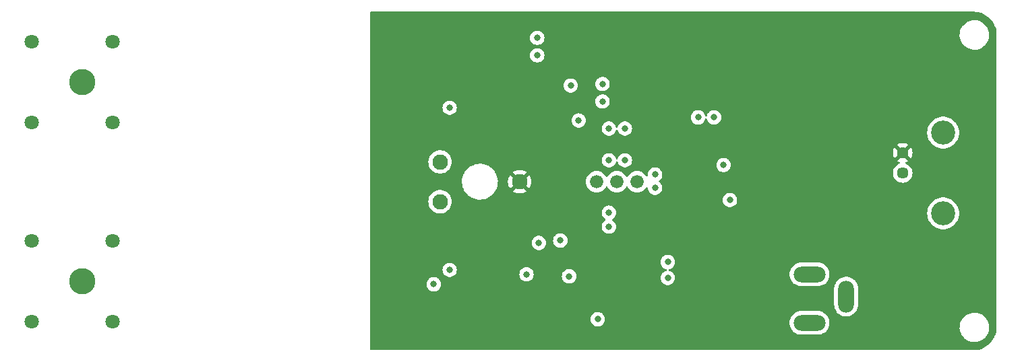
<source format=gbr>
%TF.GenerationSoftware,KiCad,Pcbnew,(7.0.0)*%
%TF.CreationDate,2023-07-09T18:50:50+02:00*%
%TF.ProjectId,Differential_Probe,44696666-6572-4656-9e74-69616c5f5072,rev?*%
%TF.SameCoordinates,Original*%
%TF.FileFunction,Copper,L3,Inr*%
%TF.FilePolarity,Positive*%
%FSLAX46Y46*%
G04 Gerber Fmt 4.6, Leading zero omitted, Abs format (unit mm)*
G04 Created by KiCad (PCBNEW (7.0.0)) date 2023-07-09 18:50:50*
%MOMM*%
%LPD*%
G01*
G04 APERTURE LIST*
%TA.AperFunction,ComponentPad*%
%ADD10O,4.000000X2.000000*%
%TD*%
%TA.AperFunction,ComponentPad*%
%ADD11O,2.000000X4.000000*%
%TD*%
%TA.AperFunction,ComponentPad*%
%ADD12C,1.950000*%
%TD*%
%TA.AperFunction,ComponentPad*%
%ADD13C,1.800000*%
%TD*%
%TA.AperFunction,ComponentPad*%
%ADD14C,3.300000*%
%TD*%
%TA.AperFunction,ComponentPad*%
%ADD15C,1.446000*%
%TD*%
%TA.AperFunction,ComponentPad*%
%ADD16C,3.015000*%
%TD*%
%TA.AperFunction,ComponentPad*%
%ADD17C,1.676400*%
%TD*%
%TA.AperFunction,ViaPad*%
%ADD18C,0.800000*%
%TD*%
G04 APERTURE END LIST*
D10*
%TO.N,+12V*%
%TO.C,J4*%
X204599999Y-101549999D03*
D11*
%TO.N,GND*%
X209199999Y-104349999D03*
D10*
X204599999Y-107649999D03*
%TD*%
D12*
%TO.N,Net-(R6-Pad2)*%
%TO.C,RV1*%
X158200000Y-87400000D03*
%TO.N,GNDA*%
X168200000Y-89900000D03*
%TO.N,Net-(R7-Pad1)*%
X158200000Y-92400000D03*
%TD*%
D13*
%TO.N,unconnected-(J2-Pad1)*%
%TO.C,J2*%
X106890000Y-72300000D03*
%TO.N,unconnected-(J2-Pad2)*%
X117050000Y-72300000D03*
%TO.N,unconnected-(J2-Pad3)*%
X106890000Y-82460000D03*
%TO.N,unconnected-(J2-Pad4)*%
X117050000Y-82460000D03*
D14*
%TO.N,Vin_P*%
X113250000Y-77380000D03*
%TD*%
D13*
%TO.N,unconnected-(J3-Pad1)*%
%TO.C,J3*%
X106890000Y-97342150D03*
%TO.N,unconnected-(J3-Pad2)*%
X117050000Y-97342150D03*
%TO.N,unconnected-(J3-Pad3)*%
X106890000Y-107502150D03*
%TO.N,unconnected-(J3-Pad4)*%
X117050000Y-107502150D03*
D14*
%TO.N,Vin_N*%
X113250000Y-102422150D03*
%TD*%
D15*
%TO.N,Out_Analog*%
%TO.C,J1*%
X216300000Y-88800000D03*
%TO.N,GNDA*%
X216300000Y-86260000D03*
D16*
%TO.N,unconnected-(J1-PadMH1)*%
X221380000Y-83720000D03*
%TO.N,unconnected-(J1-PadMH2)*%
X221380000Y-93880000D03*
%TD*%
D17*
%TO.N,Net-(R18-Pad1)*%
%TO.C,S1*%
X182940000Y-89900000D03*
%TO.N,Net-(IC1--IN)*%
X180400000Y-89900000D03*
%TO.N,Net-(R17-Pad1)*%
X177860000Y-89900000D03*
%TD*%
D18*
%TO.N,GNDA*%
X214000000Y-90000000D03*
X214000000Y-87500000D03*
X210000000Y-90000000D03*
X210000000Y-87500000D03*
X206500000Y-90000000D03*
X206500000Y-87500000D03*
X201000000Y-90000000D03*
X201000000Y-87500000D03*
%TO.N,-6V*%
X174600000Y-77800000D03*
X174400000Y-101800000D03*
X159400000Y-80600000D03*
X159400000Y-101000000D03*
X193800000Y-87800000D03*
%TO.N,+6V*%
X186800000Y-102000000D03*
X170400000Y-71800000D03*
X178600000Y-79800000D03*
X185200000Y-89000000D03*
X157400000Y-102800000D03*
X185200000Y-90649500D03*
X186800000Y-100000000D03*
X181400000Y-87200000D03*
X192600000Y-81800000D03*
X170400000Y-74000000D03*
X179400000Y-83200000D03*
X194600000Y-92200000D03*
X173300000Y-97300000D03*
X169050000Y-101550000D03*
X181400000Y-83200000D03*
X179400000Y-87200000D03*
X178000000Y-107200000D03*
X179400000Y-93800000D03*
X179400000Y-95549500D03*
X178600000Y-77600000D03*
X190600000Y-81800000D03*
X170600000Y-97600000D03*
X175600000Y-82200000D03*
%TO.N,GNDA*%
X160000000Y-75500000D03*
X157200000Y-97800000D03*
X171200000Y-102800000D03*
X163400000Y-75500000D03*
X197000000Y-86400000D03*
X167000000Y-76800000D03*
X167000000Y-103000000D03*
X153375000Y-103225000D03*
X161200000Y-108600000D03*
X188200000Y-85000000D03*
X176600000Y-96200000D03*
X153400000Y-106000000D03*
X178400000Y-75400000D03*
X172400000Y-83400000D03*
X192600000Y-94600000D03*
X156700000Y-75500000D03*
X161200000Y-103400000D03*
X155600000Y-103200000D03*
%TD*%
%TA.AperFunction,Conductor*%
%TO.N,GNDA*%
G36*
X225203471Y-68500695D02*
G01*
X225247099Y-68503144D01*
X225517695Y-68518340D01*
X225531498Y-68519896D01*
X225838339Y-68572031D01*
X225851883Y-68575122D01*
X226073553Y-68638984D01*
X226150952Y-68661282D01*
X226164077Y-68665874D01*
X226451618Y-68784978D01*
X226464132Y-68791004D01*
X226736547Y-68941563D01*
X226748303Y-68948950D01*
X227002129Y-69129050D01*
X227012989Y-69137709D01*
X227075230Y-69193331D01*
X227245063Y-69345103D01*
X227254894Y-69354934D01*
X227451698Y-69575158D01*
X227462285Y-69587004D01*
X227470951Y-69597872D01*
X227630562Y-69822823D01*
X227651043Y-69851687D01*
X227658439Y-69863457D01*
X227708433Y-69953914D01*
X227808991Y-70135860D01*
X227815024Y-70148388D01*
X227934124Y-70435921D01*
X227938717Y-70449047D01*
X228024875Y-70748110D01*
X228027969Y-70761666D01*
X228080102Y-71068493D01*
X228081659Y-71082311D01*
X228099305Y-71396528D01*
X228099500Y-71403481D01*
X228099500Y-108196519D01*
X228099305Y-108203472D01*
X228081659Y-108517688D01*
X228080102Y-108531506D01*
X228027969Y-108838333D01*
X228024875Y-108851889D01*
X227938717Y-109150952D01*
X227934124Y-109164078D01*
X227815024Y-109451611D01*
X227808991Y-109464139D01*
X227658442Y-109736538D01*
X227651043Y-109748312D01*
X227470954Y-110002123D01*
X227462285Y-110012995D01*
X227254896Y-110245063D01*
X227245063Y-110254896D01*
X227012995Y-110462285D01*
X227002123Y-110470954D01*
X226748312Y-110651043D01*
X226736538Y-110658442D01*
X226464139Y-110808991D01*
X226451611Y-110815024D01*
X226164078Y-110934124D01*
X226150952Y-110938717D01*
X225851889Y-111024875D01*
X225838333Y-111027969D01*
X225531506Y-111080102D01*
X225517688Y-111081659D01*
X225203472Y-111099305D01*
X225196519Y-111099500D01*
X149524000Y-111099500D01*
X149462000Y-111082887D01*
X149416613Y-111037500D01*
X149400000Y-110975500D01*
X149400000Y-107200000D01*
X177094540Y-107200000D01*
X177095219Y-107206460D01*
X177113646Y-107381795D01*
X177113647Y-107381803D01*
X177114326Y-107388256D01*
X177116331Y-107394428D01*
X177116333Y-107394435D01*
X177158973Y-107525665D01*
X177172821Y-107568284D01*
X177176068Y-107573908D01*
X177176069Y-107573910D01*
X177208616Y-107630284D01*
X177267467Y-107732216D01*
X177271811Y-107737041D01*
X177271813Y-107737043D01*
X177305391Y-107774335D01*
X177394129Y-107872888D01*
X177547270Y-107984151D01*
X177720197Y-108061144D01*
X177905354Y-108100500D01*
X178088143Y-108100500D01*
X178094646Y-108100500D01*
X178279803Y-108061144D01*
X178452730Y-107984151D01*
X178605871Y-107872888D01*
X178694609Y-107774335D01*
X202099500Y-107774335D01*
X202100343Y-107779387D01*
X202100344Y-107779398D01*
X202133874Y-107980330D01*
X202140429Y-108019614D01*
X202142093Y-108024461D01*
X202142094Y-108024465D01*
X202219507Y-108249962D01*
X202219510Y-108249969D01*
X202221172Y-108254810D01*
X202223607Y-108259310D01*
X202223610Y-108259316D01*
X202312408Y-108423400D01*
X202339526Y-108473509D01*
X202492262Y-108669744D01*
X202496029Y-108673211D01*
X202496032Y-108673215D01*
X202671439Y-108834688D01*
X202675215Y-108838164D01*
X202685983Y-108845199D01*
X202879099Y-108971368D01*
X202879102Y-108971369D01*
X202883393Y-108974173D01*
X203111119Y-109074063D01*
X203352179Y-109135108D01*
X203537933Y-109150500D01*
X205659497Y-109150500D01*
X205662067Y-109150500D01*
X205847821Y-109135108D01*
X206088881Y-109074063D01*
X206316607Y-108974173D01*
X206524785Y-108838164D01*
X206707738Y-108669744D01*
X206860474Y-108473509D01*
X206958288Y-108292765D01*
X223445788Y-108292765D01*
X223446282Y-108297262D01*
X223446283Y-108297267D01*
X223474917Y-108557506D01*
X223474918Y-108557513D01*
X223475414Y-108562018D01*
X223476559Y-108566398D01*
X223476561Y-108566408D01*
X223508830Y-108689838D01*
X223543928Y-108824088D01*
X223545693Y-108828242D01*
X223545696Y-108828250D01*
X223648099Y-109069223D01*
X223649870Y-109073390D01*
X223652226Y-109077251D01*
X223652229Y-109077256D01*
X223788618Y-109300737D01*
X223790982Y-109304610D01*
X223964255Y-109512820D01*
X223967630Y-109515844D01*
X223967631Y-109515845D01*
X224072330Y-109609656D01*
X224165998Y-109693582D01*
X224391910Y-109843044D01*
X224637176Y-109958020D01*
X224896569Y-110036060D01*
X225164561Y-110075500D01*
X225365369Y-110075500D01*
X225367631Y-110075500D01*
X225570156Y-110060677D01*
X225834553Y-110001780D01*
X226087558Y-109905014D01*
X226323777Y-109772441D01*
X226538177Y-109606888D01*
X226726186Y-109411881D01*
X226883799Y-109191579D01*
X227007656Y-108950675D01*
X227095118Y-108694305D01*
X227144319Y-108427933D01*
X227154212Y-108157235D01*
X227124586Y-107887982D01*
X227056072Y-107625912D01*
X226950130Y-107376610D01*
X226809018Y-107145390D01*
X226635745Y-106937180D01*
X226530759Y-106843112D01*
X226437382Y-106759446D01*
X226437378Y-106759442D01*
X226434002Y-106756418D01*
X226208090Y-106606956D01*
X226203996Y-106605036D01*
X226203991Y-106605034D01*
X225966929Y-106493904D01*
X225966925Y-106493902D01*
X225962824Y-106491980D01*
X225958477Y-106490672D01*
X225958474Y-106490671D01*
X225707772Y-106415246D01*
X225707771Y-106415245D01*
X225703431Y-106413940D01*
X225698957Y-106413281D01*
X225698950Y-106413280D01*
X225439913Y-106375158D01*
X225439907Y-106375157D01*
X225435439Y-106374500D01*
X225232369Y-106374500D01*
X225230120Y-106374664D01*
X225230109Y-106374665D01*
X225034363Y-106388992D01*
X225034359Y-106388992D01*
X225029844Y-106389323D01*
X225025426Y-106390307D01*
X225025420Y-106390308D01*
X224769877Y-106447232D01*
X224769861Y-106447236D01*
X224765447Y-106448220D01*
X224761216Y-106449838D01*
X224761210Y-106449840D01*
X224516673Y-106543367D01*
X224516663Y-106543371D01*
X224512442Y-106544986D01*
X224508494Y-106547201D01*
X224508489Y-106547204D01*
X224280176Y-106675340D01*
X224280171Y-106675343D01*
X224276223Y-106677559D01*
X224272639Y-106680325D01*
X224272635Y-106680329D01*
X224065407Y-106840343D01*
X224065394Y-106840354D01*
X224061823Y-106843112D01*
X224058685Y-106846366D01*
X224058678Y-106846373D01*
X223876958Y-107034857D01*
X223876952Y-107034864D01*
X223873814Y-107038119D01*
X223871189Y-107041787D01*
X223871179Y-107041800D01*
X223718834Y-107254740D01*
X223718830Y-107254745D01*
X223716201Y-107258421D01*
X223714132Y-107262444D01*
X223714129Y-107262450D01*
X223594416Y-107495293D01*
X223594411Y-107495304D01*
X223592344Y-107499325D01*
X223590884Y-107503602D01*
X223590879Y-107503616D01*
X223506348Y-107751395D01*
X223506344Y-107751407D01*
X223504882Y-107755695D01*
X223504057Y-107760159D01*
X223504057Y-107760161D01*
X223456504Y-108017606D01*
X223456502Y-108017619D01*
X223455681Y-108022067D01*
X223455515Y-108026593D01*
X223455515Y-108026599D01*
X223450576Y-108161762D01*
X223445788Y-108292765D01*
X206958288Y-108292765D01*
X206978828Y-108254810D01*
X207059571Y-108019614D01*
X207100500Y-107774335D01*
X207100500Y-107525665D01*
X207059571Y-107280386D01*
X206978828Y-107045190D01*
X206860474Y-106826491D01*
X206707738Y-106630256D01*
X206703970Y-106626787D01*
X206703967Y-106626784D01*
X206528560Y-106465311D01*
X206528559Y-106465310D01*
X206524785Y-106461836D01*
X206502432Y-106447232D01*
X206320900Y-106328631D01*
X206320893Y-106328627D01*
X206316607Y-106325827D01*
X206311916Y-106323769D01*
X206311910Y-106323766D01*
X206093577Y-106227997D01*
X206093578Y-106227997D01*
X206088881Y-106225937D01*
X206083911Y-106224678D01*
X206083910Y-106224678D01*
X205852795Y-106166151D01*
X205852788Y-106166149D01*
X205847821Y-106164892D01*
X205842709Y-106164468D01*
X205842701Y-106164467D01*
X205664633Y-106149712D01*
X205664617Y-106149711D01*
X205662067Y-106149500D01*
X203537933Y-106149500D01*
X203535383Y-106149711D01*
X203535366Y-106149712D01*
X203357298Y-106164467D01*
X203357288Y-106164468D01*
X203352179Y-106164892D01*
X203347213Y-106166149D01*
X203347204Y-106166151D01*
X203116089Y-106224678D01*
X203116084Y-106224679D01*
X203111119Y-106225937D01*
X203106425Y-106227995D01*
X203106422Y-106227997D01*
X202888089Y-106323766D01*
X202888077Y-106323772D01*
X202883393Y-106325827D01*
X202879111Y-106328624D01*
X202879099Y-106328631D01*
X202679512Y-106459028D01*
X202679506Y-106459031D01*
X202675215Y-106461836D01*
X202671446Y-106465305D01*
X202671439Y-106465311D01*
X202496032Y-106626784D01*
X202496023Y-106626793D01*
X202492262Y-106630256D01*
X202489113Y-106634301D01*
X202489111Y-106634304D01*
X202342678Y-106822440D01*
X202342672Y-106822448D01*
X202339526Y-106826491D01*
X202337088Y-106830995D01*
X202337084Y-106831002D01*
X202223610Y-107040683D01*
X202223605Y-107040693D01*
X202221172Y-107045190D01*
X202219511Y-107050026D01*
X202219507Y-107050037D01*
X202142094Y-107275534D01*
X202142092Y-107275541D01*
X202140429Y-107280386D01*
X202139585Y-107285441D01*
X202139585Y-107285443D01*
X202100344Y-107520601D01*
X202100343Y-107520613D01*
X202099500Y-107525665D01*
X202099500Y-107774335D01*
X178694609Y-107774335D01*
X178732533Y-107732216D01*
X178827179Y-107568284D01*
X178885674Y-107388256D01*
X178905460Y-107200000D01*
X178885674Y-107011744D01*
X178827179Y-106831716D01*
X178732533Y-106667784D01*
X178702387Y-106634304D01*
X178610220Y-106531942D01*
X178610219Y-106531941D01*
X178605871Y-106527112D01*
X178600613Y-106523292D01*
X178600611Y-106523290D01*
X178457988Y-106419669D01*
X178457987Y-106419668D01*
X178452730Y-106415849D01*
X178395365Y-106390308D01*
X178285745Y-106341501D01*
X178285740Y-106341499D01*
X178279803Y-106338856D01*
X178273444Y-106337504D01*
X178273440Y-106337503D01*
X178101008Y-106300852D01*
X178101005Y-106300851D01*
X178094646Y-106299500D01*
X177905354Y-106299500D01*
X177898995Y-106300851D01*
X177898991Y-106300852D01*
X177726559Y-106337503D01*
X177726552Y-106337505D01*
X177720197Y-106338856D01*
X177714262Y-106341498D01*
X177714254Y-106341501D01*
X177553207Y-106413205D01*
X177553202Y-106413207D01*
X177547270Y-106415849D01*
X177542016Y-106419665D01*
X177542011Y-106419669D01*
X177399388Y-106523290D01*
X177399381Y-106523295D01*
X177394129Y-106527112D01*
X177389784Y-106531937D01*
X177389779Y-106531942D01*
X177271813Y-106662956D01*
X177271808Y-106662962D01*
X177267467Y-106667784D01*
X177264222Y-106673404D01*
X177264218Y-106673410D01*
X177176069Y-106826089D01*
X177176066Y-106826094D01*
X177172821Y-106831716D01*
X177170815Y-106837888D01*
X177170813Y-106837894D01*
X177116333Y-107005564D01*
X177116331Y-107005573D01*
X177114326Y-107011744D01*
X177113648Y-107018194D01*
X177113646Y-107018204D01*
X177095962Y-107186464D01*
X177094540Y-107200000D01*
X149400000Y-107200000D01*
X149400000Y-105412067D01*
X207699500Y-105412067D01*
X207699711Y-105414617D01*
X207699712Y-105414633D01*
X207714467Y-105592701D01*
X207714468Y-105592709D01*
X207714892Y-105597821D01*
X207716149Y-105602788D01*
X207716151Y-105602795D01*
X207774678Y-105833910D01*
X207775937Y-105838881D01*
X207777997Y-105843577D01*
X207873766Y-106061910D01*
X207873769Y-106061916D01*
X207875827Y-106066607D01*
X207878627Y-106070893D01*
X207878631Y-106070900D01*
X207979922Y-106225937D01*
X208011836Y-106274785D01*
X208015310Y-106278559D01*
X208015311Y-106278560D01*
X208176784Y-106453967D01*
X208176787Y-106453970D01*
X208180256Y-106457738D01*
X208376491Y-106610474D01*
X208595190Y-106728828D01*
X208830386Y-106809571D01*
X209075665Y-106850500D01*
X209319201Y-106850500D01*
X209324335Y-106850500D01*
X209569614Y-106809571D01*
X209804810Y-106728828D01*
X210023509Y-106610474D01*
X210219744Y-106457738D01*
X210388164Y-106274785D01*
X210524173Y-106066607D01*
X210624063Y-105838881D01*
X210685108Y-105597821D01*
X210700500Y-105412067D01*
X210700500Y-103287933D01*
X210685108Y-103102179D01*
X210624063Y-102861119D01*
X210524173Y-102633393D01*
X210505991Y-102605564D01*
X210452740Y-102524057D01*
X210388164Y-102425215D01*
X210344294Y-102377559D01*
X210223215Y-102246032D01*
X210223211Y-102246029D01*
X210219744Y-102242262D01*
X210078005Y-102131942D01*
X210027559Y-102092678D01*
X210027557Y-102092676D01*
X210023509Y-102089526D01*
X210018921Y-102087043D01*
X209809316Y-101973610D01*
X209809310Y-101973607D01*
X209804810Y-101971172D01*
X209799969Y-101969510D01*
X209799962Y-101969507D01*
X209574465Y-101892094D01*
X209574461Y-101892093D01*
X209569614Y-101890429D01*
X209560768Y-101888952D01*
X209329398Y-101850344D01*
X209329387Y-101850343D01*
X209324335Y-101849500D01*
X209075665Y-101849500D01*
X209070613Y-101850343D01*
X209070601Y-101850344D01*
X208835443Y-101889585D01*
X208835441Y-101889585D01*
X208830386Y-101890429D01*
X208825541Y-101892092D01*
X208825534Y-101892094D01*
X208600037Y-101969507D01*
X208600026Y-101969511D01*
X208595190Y-101971172D01*
X208590693Y-101973605D01*
X208590683Y-101973610D01*
X208381002Y-102087084D01*
X208380995Y-102087088D01*
X208376491Y-102089526D01*
X208372448Y-102092672D01*
X208372440Y-102092678D01*
X208200238Y-102226709D01*
X208180256Y-102242262D01*
X208176793Y-102246023D01*
X208176784Y-102246032D01*
X208015311Y-102421439D01*
X208015305Y-102421446D01*
X208011836Y-102425215D01*
X208009031Y-102429506D01*
X208009028Y-102429512D01*
X207878631Y-102629099D01*
X207878624Y-102629111D01*
X207875827Y-102633393D01*
X207873772Y-102638077D01*
X207873766Y-102638089D01*
X207777997Y-102856422D01*
X207775937Y-102861119D01*
X207774679Y-102866084D01*
X207774678Y-102866089D01*
X207716151Y-103097204D01*
X207716149Y-103097213D01*
X207714892Y-103102179D01*
X207714468Y-103107288D01*
X207714467Y-103107298D01*
X207699712Y-103285366D01*
X207699711Y-103285383D01*
X207699500Y-103287933D01*
X207699500Y-105412067D01*
X149400000Y-105412067D01*
X149400000Y-102800000D01*
X156494540Y-102800000D01*
X156495219Y-102806460D01*
X156513646Y-102981795D01*
X156513647Y-102981803D01*
X156514326Y-102988256D01*
X156516331Y-102994428D01*
X156516333Y-102994435D01*
X156551342Y-103102179D01*
X156572821Y-103168284D01*
X156667467Y-103332216D01*
X156794129Y-103472888D01*
X156947270Y-103584151D01*
X157120197Y-103661144D01*
X157305354Y-103700500D01*
X157488143Y-103700500D01*
X157494646Y-103700500D01*
X157679803Y-103661144D01*
X157852730Y-103584151D01*
X158005871Y-103472888D01*
X158132533Y-103332216D01*
X158227179Y-103168284D01*
X158285674Y-102988256D01*
X158305460Y-102800000D01*
X158285674Y-102611744D01*
X158227179Y-102431716D01*
X158132533Y-102267784D01*
X158112947Y-102246032D01*
X158010220Y-102131942D01*
X158010219Y-102131941D01*
X158005871Y-102127112D01*
X158000613Y-102123292D01*
X158000611Y-102123290D01*
X157857988Y-102019669D01*
X157857987Y-102019668D01*
X157852730Y-102015849D01*
X157846792Y-102013205D01*
X157685745Y-101941501D01*
X157685740Y-101941499D01*
X157679803Y-101938856D01*
X157673444Y-101937504D01*
X157673440Y-101937503D01*
X157501008Y-101900852D01*
X157501005Y-101900851D01*
X157494646Y-101899500D01*
X157305354Y-101899500D01*
X157298995Y-101900851D01*
X157298991Y-101900852D01*
X157126559Y-101937503D01*
X157126552Y-101937505D01*
X157120197Y-101938856D01*
X157114262Y-101941498D01*
X157114254Y-101941501D01*
X156953207Y-102013205D01*
X156953202Y-102013207D01*
X156947270Y-102015849D01*
X156942016Y-102019665D01*
X156942011Y-102019669D01*
X156799388Y-102123290D01*
X156799381Y-102123295D01*
X156794129Y-102127112D01*
X156789784Y-102131937D01*
X156789779Y-102131942D01*
X156671813Y-102262956D01*
X156671808Y-102262962D01*
X156667467Y-102267784D01*
X156664222Y-102273404D01*
X156664218Y-102273410D01*
X156576069Y-102426089D01*
X156576066Y-102426094D01*
X156572821Y-102431716D01*
X156570815Y-102437888D01*
X156570813Y-102437894D01*
X156516333Y-102605564D01*
X156516331Y-102605573D01*
X156514326Y-102611744D01*
X156513648Y-102618194D01*
X156513646Y-102618204D01*
X156501404Y-102734688D01*
X156494540Y-102800000D01*
X149400000Y-102800000D01*
X149400000Y-101000000D01*
X158494540Y-101000000D01*
X158495219Y-101006460D01*
X158513646Y-101181795D01*
X158513647Y-101181803D01*
X158514326Y-101188256D01*
X158516331Y-101194428D01*
X158516333Y-101194435D01*
X158568688Y-101355564D01*
X158572821Y-101368284D01*
X158576068Y-101373908D01*
X158576069Y-101373910D01*
X158606194Y-101426089D01*
X158667467Y-101532216D01*
X158794129Y-101672888D01*
X158947270Y-101784151D01*
X159120197Y-101861144D01*
X159305354Y-101900500D01*
X159488143Y-101900500D01*
X159494646Y-101900500D01*
X159679803Y-101861144D01*
X159852730Y-101784151D01*
X160005871Y-101672888D01*
X160116520Y-101550000D01*
X168144540Y-101550000D01*
X168145219Y-101556460D01*
X168163646Y-101731795D01*
X168163647Y-101731803D01*
X168164326Y-101738256D01*
X168166331Y-101744428D01*
X168166333Y-101744435D01*
X168217157Y-101900852D01*
X168222821Y-101918284D01*
X168226068Y-101923908D01*
X168226069Y-101923910D01*
X168281355Y-102019669D01*
X168317467Y-102082216D01*
X168321811Y-102087041D01*
X168321813Y-102087043D01*
X168412946Y-102188256D01*
X168444129Y-102222888D01*
X168597270Y-102334151D01*
X168770197Y-102411144D01*
X168955354Y-102450500D01*
X169138143Y-102450500D01*
X169144646Y-102450500D01*
X169329803Y-102411144D01*
X169502730Y-102334151D01*
X169655871Y-102222888D01*
X169782533Y-102082216D01*
X169877179Y-101918284D01*
X169915612Y-101800000D01*
X173494540Y-101800000D01*
X173495219Y-101806460D01*
X173513646Y-101981795D01*
X173513647Y-101981803D01*
X173514326Y-101988256D01*
X173516331Y-101994428D01*
X173516333Y-101994435D01*
X173568443Y-102154810D01*
X173572821Y-102168284D01*
X173576068Y-102173908D01*
X173576069Y-102173910D01*
X173606552Y-102226709D01*
X173667467Y-102332216D01*
X173671811Y-102337041D01*
X173671813Y-102337043D01*
X173747804Y-102421439D01*
X173794129Y-102472888D01*
X173947270Y-102584151D01*
X174120197Y-102661144D01*
X174305354Y-102700500D01*
X174488143Y-102700500D01*
X174494646Y-102700500D01*
X174679803Y-102661144D01*
X174852730Y-102584151D01*
X175005871Y-102472888D01*
X175132533Y-102332216D01*
X175227179Y-102168284D01*
X175281858Y-102000000D01*
X185894540Y-102000000D01*
X185895219Y-102006460D01*
X185913646Y-102181795D01*
X185913647Y-102181803D01*
X185914326Y-102188256D01*
X185916331Y-102194428D01*
X185916333Y-102194435D01*
X185961730Y-102334151D01*
X185972821Y-102368284D01*
X185976068Y-102373908D01*
X185976069Y-102373910D01*
X186006194Y-102426089D01*
X186067467Y-102532216D01*
X186071811Y-102537041D01*
X186071813Y-102537043D01*
X186184772Y-102662496D01*
X186194129Y-102672888D01*
X186199387Y-102676708D01*
X186199388Y-102676709D01*
X186232134Y-102700500D01*
X186347270Y-102784151D01*
X186520197Y-102861144D01*
X186705354Y-102900500D01*
X186888143Y-102900500D01*
X186894646Y-102900500D01*
X187079803Y-102861144D01*
X187252730Y-102784151D01*
X187405871Y-102672888D01*
X187532533Y-102532216D01*
X187627179Y-102368284D01*
X187685674Y-102188256D01*
X187705460Y-102000000D01*
X187685674Y-101811744D01*
X187641027Y-101674335D01*
X202099500Y-101674335D01*
X202100343Y-101679387D01*
X202100344Y-101679398D01*
X202137298Y-101900852D01*
X202140429Y-101919614D01*
X202142093Y-101924461D01*
X202142094Y-101924465D01*
X202219507Y-102149962D01*
X202219510Y-102149969D01*
X202221172Y-102154810D01*
X202223607Y-102159310D01*
X202223610Y-102159316D01*
X202333354Y-102362105D01*
X202339526Y-102373509D01*
X202342676Y-102377557D01*
X202342678Y-102377559D01*
X202369871Y-102412496D01*
X202492262Y-102569744D01*
X202496029Y-102573211D01*
X202496032Y-102573215D01*
X202599058Y-102668057D01*
X202675215Y-102738164D01*
X202739755Y-102780330D01*
X202879099Y-102871368D01*
X202879102Y-102871369D01*
X202883393Y-102874173D01*
X203111119Y-102974063D01*
X203352179Y-103035108D01*
X203537933Y-103050500D01*
X205659497Y-103050500D01*
X205662067Y-103050500D01*
X205847821Y-103035108D01*
X206088881Y-102974063D01*
X206316607Y-102874173D01*
X206524785Y-102738164D01*
X206707738Y-102569744D01*
X206860474Y-102373509D01*
X206978828Y-102154810D01*
X207059571Y-101919614D01*
X207100500Y-101674335D01*
X207100500Y-101425665D01*
X207059571Y-101180386D01*
X206978828Y-100945190D01*
X206860474Y-100726491D01*
X206707738Y-100530256D01*
X206703970Y-100526787D01*
X206703967Y-100526784D01*
X206528560Y-100365311D01*
X206528559Y-100365310D01*
X206524785Y-100361836D01*
X206465786Y-100323290D01*
X206320900Y-100228631D01*
X206320893Y-100228627D01*
X206316607Y-100225827D01*
X206311916Y-100223769D01*
X206311910Y-100223766D01*
X206093577Y-100127997D01*
X206093578Y-100127997D01*
X206088881Y-100125937D01*
X206083911Y-100124678D01*
X206083910Y-100124678D01*
X205852795Y-100066151D01*
X205852788Y-100066149D01*
X205847821Y-100064892D01*
X205842709Y-100064468D01*
X205842701Y-100064467D01*
X205664633Y-100049712D01*
X205664617Y-100049711D01*
X205662067Y-100049500D01*
X203537933Y-100049500D01*
X203535383Y-100049711D01*
X203535366Y-100049712D01*
X203357298Y-100064467D01*
X203357288Y-100064468D01*
X203352179Y-100064892D01*
X203347213Y-100066149D01*
X203347204Y-100066151D01*
X203116089Y-100124678D01*
X203116084Y-100124679D01*
X203111119Y-100125937D01*
X203106425Y-100127995D01*
X203106422Y-100127997D01*
X202888089Y-100223766D01*
X202888077Y-100223772D01*
X202883393Y-100225827D01*
X202879111Y-100228624D01*
X202879099Y-100228631D01*
X202679512Y-100359028D01*
X202679506Y-100359031D01*
X202675215Y-100361836D01*
X202671446Y-100365305D01*
X202671439Y-100365311D01*
X202496032Y-100526784D01*
X202496023Y-100526793D01*
X202492262Y-100530256D01*
X202489113Y-100534301D01*
X202489111Y-100534304D01*
X202342678Y-100722440D01*
X202342672Y-100722448D01*
X202339526Y-100726491D01*
X202337088Y-100730995D01*
X202337084Y-100731002D01*
X202223610Y-100940683D01*
X202223605Y-100940693D01*
X202221172Y-100945190D01*
X202219511Y-100950026D01*
X202219507Y-100950037D01*
X202142094Y-101175534D01*
X202142092Y-101175541D01*
X202140429Y-101180386D01*
X202139585Y-101185441D01*
X202139585Y-101185443D01*
X202100344Y-101420601D01*
X202100343Y-101420613D01*
X202099500Y-101425665D01*
X202099500Y-101674335D01*
X187641027Y-101674335D01*
X187627179Y-101631716D01*
X187532533Y-101467784D01*
X187499231Y-101430799D01*
X187410220Y-101331942D01*
X187410219Y-101331941D01*
X187405871Y-101327112D01*
X187400613Y-101323292D01*
X187400611Y-101323290D01*
X187257988Y-101219669D01*
X187257987Y-101219668D01*
X187252730Y-101215849D01*
X187246792Y-101213205D01*
X187085745Y-101141501D01*
X187085740Y-101141499D01*
X187079803Y-101138856D01*
X187073447Y-101137505D01*
X187073441Y-101137503D01*
X187006570Y-101123290D01*
X186997159Y-101121289D01*
X186938057Y-101090392D01*
X186903509Y-101033346D01*
X186903509Y-100966654D01*
X186938057Y-100909608D01*
X186997159Y-100878710D01*
X187079803Y-100861144D01*
X187252730Y-100784151D01*
X187405871Y-100672888D01*
X187532533Y-100532216D01*
X187627179Y-100368284D01*
X187685674Y-100188256D01*
X187705460Y-100000000D01*
X187685674Y-99811744D01*
X187627179Y-99631716D01*
X187532533Y-99467784D01*
X187405871Y-99327112D01*
X187400613Y-99323292D01*
X187400611Y-99323290D01*
X187257988Y-99219669D01*
X187257987Y-99219668D01*
X187252730Y-99215849D01*
X187246792Y-99213205D01*
X187085745Y-99141501D01*
X187085740Y-99141499D01*
X187079803Y-99138856D01*
X187073444Y-99137504D01*
X187073440Y-99137503D01*
X186901008Y-99100852D01*
X186901005Y-99100851D01*
X186894646Y-99099500D01*
X186705354Y-99099500D01*
X186698995Y-99100851D01*
X186698991Y-99100852D01*
X186526559Y-99137503D01*
X186526552Y-99137505D01*
X186520197Y-99138856D01*
X186514262Y-99141498D01*
X186514254Y-99141501D01*
X186353207Y-99213205D01*
X186353202Y-99213207D01*
X186347270Y-99215849D01*
X186342016Y-99219665D01*
X186342011Y-99219669D01*
X186199388Y-99323290D01*
X186199381Y-99323295D01*
X186194129Y-99327112D01*
X186189784Y-99331937D01*
X186189779Y-99331942D01*
X186071813Y-99462956D01*
X186071808Y-99462962D01*
X186067467Y-99467784D01*
X186064222Y-99473404D01*
X186064218Y-99473410D01*
X185976069Y-99626089D01*
X185976066Y-99626094D01*
X185972821Y-99631716D01*
X185970815Y-99637888D01*
X185970813Y-99637894D01*
X185916333Y-99805564D01*
X185916331Y-99805573D01*
X185914326Y-99811744D01*
X185913648Y-99818194D01*
X185913646Y-99818204D01*
X185895962Y-99986464D01*
X185894540Y-100000000D01*
X185895219Y-100006460D01*
X185913646Y-100181795D01*
X185913647Y-100181803D01*
X185914326Y-100188256D01*
X185916331Y-100194428D01*
X185916333Y-100194435D01*
X185970726Y-100361836D01*
X185972821Y-100368284D01*
X186067467Y-100532216D01*
X186071811Y-100537041D01*
X186071813Y-100537043D01*
X186189779Y-100668057D01*
X186194129Y-100672888D01*
X186347270Y-100784151D01*
X186520197Y-100861144D01*
X186577340Y-100873290D01*
X186602839Y-100878710D01*
X186661942Y-100909608D01*
X186696490Y-100966654D01*
X186696490Y-101033346D01*
X186661942Y-101090392D01*
X186602839Y-101121290D01*
X186526559Y-101137503D01*
X186526552Y-101137505D01*
X186520197Y-101138856D01*
X186514262Y-101141498D01*
X186514254Y-101141501D01*
X186353207Y-101213205D01*
X186353202Y-101213207D01*
X186347270Y-101215849D01*
X186342016Y-101219665D01*
X186342011Y-101219669D01*
X186199388Y-101323290D01*
X186199381Y-101323295D01*
X186194129Y-101327112D01*
X186189784Y-101331937D01*
X186189779Y-101331942D01*
X186071813Y-101462956D01*
X186071808Y-101462962D01*
X186067467Y-101467784D01*
X186064222Y-101473404D01*
X186064218Y-101473410D01*
X185976069Y-101626089D01*
X185976066Y-101626094D01*
X185972821Y-101631716D01*
X185970815Y-101637888D01*
X185970813Y-101637894D01*
X185916333Y-101805564D01*
X185916331Y-101805573D01*
X185914326Y-101811744D01*
X185913648Y-101818194D01*
X185913646Y-101818204D01*
X185900966Y-101938856D01*
X185894540Y-102000000D01*
X175281858Y-102000000D01*
X175285674Y-101988256D01*
X175305460Y-101800000D01*
X175285674Y-101611744D01*
X175227179Y-101431716D01*
X175132533Y-101267784D01*
X175060925Y-101188256D01*
X175010220Y-101131942D01*
X175010219Y-101131941D01*
X175005871Y-101127112D01*
X175000613Y-101123292D01*
X175000611Y-101123290D01*
X174857988Y-101019669D01*
X174857987Y-101019668D01*
X174852730Y-101015849D01*
X174846792Y-101013205D01*
X174685745Y-100941501D01*
X174685740Y-100941499D01*
X174679803Y-100938856D01*
X174673444Y-100937504D01*
X174673440Y-100937503D01*
X174501008Y-100900852D01*
X174501005Y-100900851D01*
X174494646Y-100899500D01*
X174305354Y-100899500D01*
X174298995Y-100900851D01*
X174298991Y-100900852D01*
X174126559Y-100937503D01*
X174126552Y-100937505D01*
X174120197Y-100938856D01*
X174114262Y-100941498D01*
X174114254Y-100941501D01*
X173953207Y-101013205D01*
X173953202Y-101013207D01*
X173947270Y-101015849D01*
X173942016Y-101019665D01*
X173942011Y-101019669D01*
X173799388Y-101123290D01*
X173799381Y-101123295D01*
X173794129Y-101127112D01*
X173789784Y-101131937D01*
X173789779Y-101131942D01*
X173671813Y-101262956D01*
X173671808Y-101262962D01*
X173667467Y-101267784D01*
X173664222Y-101273404D01*
X173664218Y-101273410D01*
X173576069Y-101426089D01*
X173576066Y-101426094D01*
X173572821Y-101431716D01*
X173570815Y-101437888D01*
X173570813Y-101437894D01*
X173516333Y-101605564D01*
X173516331Y-101605573D01*
X173514326Y-101611744D01*
X173513648Y-101618194D01*
X173513646Y-101618204D01*
X173507215Y-101679398D01*
X173494540Y-101800000D01*
X169915612Y-101800000D01*
X169935674Y-101738256D01*
X169955460Y-101550000D01*
X169935674Y-101361744D01*
X169877179Y-101181716D01*
X169782533Y-101017784D01*
X169710247Y-100937503D01*
X169660220Y-100881942D01*
X169660219Y-100881941D01*
X169655871Y-100877112D01*
X169650613Y-100873292D01*
X169650611Y-100873290D01*
X169507988Y-100769669D01*
X169507987Y-100769668D01*
X169502730Y-100765849D01*
X169496792Y-100763205D01*
X169335745Y-100691501D01*
X169335740Y-100691499D01*
X169329803Y-100688856D01*
X169323444Y-100687504D01*
X169323440Y-100687503D01*
X169151008Y-100650852D01*
X169151005Y-100650851D01*
X169144646Y-100649500D01*
X168955354Y-100649500D01*
X168948995Y-100650851D01*
X168948991Y-100650852D01*
X168776559Y-100687503D01*
X168776552Y-100687505D01*
X168770197Y-100688856D01*
X168764262Y-100691498D01*
X168764254Y-100691501D01*
X168603207Y-100763205D01*
X168603202Y-100763207D01*
X168597270Y-100765849D01*
X168592016Y-100769665D01*
X168592011Y-100769669D01*
X168449388Y-100873290D01*
X168449381Y-100873295D01*
X168444129Y-100877112D01*
X168439784Y-100881937D01*
X168439779Y-100881942D01*
X168321813Y-101012956D01*
X168321808Y-101012962D01*
X168317467Y-101017784D01*
X168314222Y-101023404D01*
X168314218Y-101023410D01*
X168226069Y-101176089D01*
X168226066Y-101176094D01*
X168222821Y-101181716D01*
X168220815Y-101187888D01*
X168220813Y-101187894D01*
X168166333Y-101355564D01*
X168166331Y-101355573D01*
X168164326Y-101361744D01*
X168163648Y-101368194D01*
X168163646Y-101368204D01*
X168146409Y-101532216D01*
X168144540Y-101550000D01*
X160116520Y-101550000D01*
X160132533Y-101532216D01*
X160227179Y-101368284D01*
X160285674Y-101188256D01*
X160305460Y-101000000D01*
X160285674Y-100811744D01*
X160227179Y-100631716D01*
X160132533Y-100467784D01*
X160005871Y-100327112D01*
X160000613Y-100323292D01*
X160000611Y-100323290D01*
X159857988Y-100219669D01*
X159857987Y-100219668D01*
X159852730Y-100215849D01*
X159846792Y-100213205D01*
X159685745Y-100141501D01*
X159685740Y-100141499D01*
X159679803Y-100138856D01*
X159673444Y-100137504D01*
X159673440Y-100137503D01*
X159501008Y-100100852D01*
X159501005Y-100100851D01*
X159494646Y-100099500D01*
X159305354Y-100099500D01*
X159298995Y-100100851D01*
X159298991Y-100100852D01*
X159126559Y-100137503D01*
X159126552Y-100137505D01*
X159120197Y-100138856D01*
X159114262Y-100141498D01*
X159114254Y-100141501D01*
X158953207Y-100213205D01*
X158953202Y-100213207D01*
X158947270Y-100215849D01*
X158942016Y-100219665D01*
X158942011Y-100219669D01*
X158799388Y-100323290D01*
X158799381Y-100323295D01*
X158794129Y-100327112D01*
X158789784Y-100331937D01*
X158789779Y-100331942D01*
X158671813Y-100462956D01*
X158671808Y-100462962D01*
X158667467Y-100467784D01*
X158664222Y-100473404D01*
X158664218Y-100473410D01*
X158576069Y-100626089D01*
X158576066Y-100626094D01*
X158572821Y-100631716D01*
X158570815Y-100637888D01*
X158570813Y-100637894D01*
X158516333Y-100805564D01*
X158516331Y-100805573D01*
X158514326Y-100811744D01*
X158513648Y-100818194D01*
X158513646Y-100818204D01*
X158499791Y-100950037D01*
X158494540Y-101000000D01*
X149400000Y-101000000D01*
X149400000Y-97600000D01*
X169694540Y-97600000D01*
X169695219Y-97606460D01*
X169713646Y-97781795D01*
X169713647Y-97781803D01*
X169714326Y-97788256D01*
X169716331Y-97794428D01*
X169716333Y-97794435D01*
X169770813Y-97962105D01*
X169772821Y-97968284D01*
X169776068Y-97973908D01*
X169776069Y-97973910D01*
X169841242Y-98086794D01*
X169867467Y-98132216D01*
X169994129Y-98272888D01*
X170147270Y-98384151D01*
X170320197Y-98461144D01*
X170505354Y-98500500D01*
X170688143Y-98500500D01*
X170694646Y-98500500D01*
X170879803Y-98461144D01*
X171052730Y-98384151D01*
X171205871Y-98272888D01*
X171332533Y-98132216D01*
X171427179Y-97968284D01*
X171485674Y-97788256D01*
X171505460Y-97600000D01*
X171485674Y-97411744D01*
X171449366Y-97300000D01*
X172394540Y-97300000D01*
X172395219Y-97306460D01*
X172413646Y-97481795D01*
X172413647Y-97481803D01*
X172414326Y-97488256D01*
X172416331Y-97494428D01*
X172416333Y-97494435D01*
X172448535Y-97593540D01*
X172472821Y-97668284D01*
X172476068Y-97673908D01*
X172476069Y-97673910D01*
X172542086Y-97788256D01*
X172567467Y-97832216D01*
X172694129Y-97972888D01*
X172847270Y-98084151D01*
X173020197Y-98161144D01*
X173205354Y-98200500D01*
X173388143Y-98200500D01*
X173394646Y-98200500D01*
X173579803Y-98161144D01*
X173752730Y-98084151D01*
X173905871Y-97972888D01*
X174032533Y-97832216D01*
X174127179Y-97668284D01*
X174185674Y-97488256D01*
X174205460Y-97300000D01*
X174185674Y-97111744D01*
X174127179Y-96931716D01*
X174032533Y-96767784D01*
X173905871Y-96627112D01*
X173900613Y-96623292D01*
X173900611Y-96623290D01*
X173757988Y-96519669D01*
X173757987Y-96519668D01*
X173752730Y-96515849D01*
X173746792Y-96513205D01*
X173585745Y-96441501D01*
X173585740Y-96441499D01*
X173579803Y-96438856D01*
X173573444Y-96437504D01*
X173573440Y-96437503D01*
X173401008Y-96400852D01*
X173401005Y-96400851D01*
X173394646Y-96399500D01*
X173205354Y-96399500D01*
X173198995Y-96400851D01*
X173198991Y-96400852D01*
X173026559Y-96437503D01*
X173026552Y-96437505D01*
X173020197Y-96438856D01*
X173014262Y-96441498D01*
X173014254Y-96441501D01*
X172853207Y-96513205D01*
X172853202Y-96513207D01*
X172847270Y-96515849D01*
X172842016Y-96519665D01*
X172842011Y-96519669D01*
X172699388Y-96623290D01*
X172699381Y-96623295D01*
X172694129Y-96627112D01*
X172689784Y-96631937D01*
X172689779Y-96631942D01*
X172571813Y-96762956D01*
X172571808Y-96762962D01*
X172567467Y-96767784D01*
X172564222Y-96773404D01*
X172564218Y-96773410D01*
X172476069Y-96926089D01*
X172476066Y-96926094D01*
X172472821Y-96931716D01*
X172470815Y-96937888D01*
X172470813Y-96937894D01*
X172416333Y-97105564D01*
X172416331Y-97105573D01*
X172414326Y-97111744D01*
X172413648Y-97118194D01*
X172413646Y-97118204D01*
X172401067Y-97237894D01*
X172394540Y-97300000D01*
X171449366Y-97300000D01*
X171427179Y-97231716D01*
X171332533Y-97067784D01*
X171205871Y-96927112D01*
X171200613Y-96923292D01*
X171200611Y-96923290D01*
X171057988Y-96819669D01*
X171057987Y-96819668D01*
X171052730Y-96815849D01*
X171046792Y-96813205D01*
X170885745Y-96741501D01*
X170885740Y-96741499D01*
X170879803Y-96738856D01*
X170873444Y-96737504D01*
X170873440Y-96737503D01*
X170701008Y-96700852D01*
X170701005Y-96700851D01*
X170694646Y-96699500D01*
X170505354Y-96699500D01*
X170498995Y-96700851D01*
X170498991Y-96700852D01*
X170326559Y-96737503D01*
X170326552Y-96737505D01*
X170320197Y-96738856D01*
X170314262Y-96741498D01*
X170314254Y-96741501D01*
X170153207Y-96813205D01*
X170153202Y-96813207D01*
X170147270Y-96815849D01*
X170142016Y-96819665D01*
X170142011Y-96819669D01*
X169999388Y-96923290D01*
X169999381Y-96923295D01*
X169994129Y-96927112D01*
X169989784Y-96931937D01*
X169989779Y-96931942D01*
X169871813Y-97062956D01*
X169871808Y-97062962D01*
X169867467Y-97067784D01*
X169864222Y-97073404D01*
X169864218Y-97073410D01*
X169776069Y-97226089D01*
X169776066Y-97226094D01*
X169772821Y-97231716D01*
X169770815Y-97237888D01*
X169770813Y-97237894D01*
X169716333Y-97405564D01*
X169716331Y-97405573D01*
X169714326Y-97411744D01*
X169713648Y-97418194D01*
X169713646Y-97418204D01*
X169695962Y-97586464D01*
X169694540Y-97600000D01*
X149400000Y-97600000D01*
X149400000Y-95549500D01*
X178494540Y-95549500D01*
X178495219Y-95555960D01*
X178513646Y-95731295D01*
X178513647Y-95731303D01*
X178514326Y-95737756D01*
X178516331Y-95743928D01*
X178516333Y-95743935D01*
X178570813Y-95911605D01*
X178572821Y-95917784D01*
X178667467Y-96081716D01*
X178794129Y-96222388D01*
X178947270Y-96333651D01*
X179120197Y-96410644D01*
X179305354Y-96450000D01*
X179488143Y-96450000D01*
X179494646Y-96450000D01*
X179679803Y-96410644D01*
X179852730Y-96333651D01*
X180005871Y-96222388D01*
X180132533Y-96081716D01*
X180227179Y-95917784D01*
X180285674Y-95737756D01*
X180305460Y-95549500D01*
X180285674Y-95361244D01*
X180227179Y-95181216D01*
X180132533Y-95017284D01*
X180005871Y-94876612D01*
X180000613Y-94872792D01*
X180000611Y-94872790D01*
X179866107Y-94775068D01*
X179828507Y-94731045D01*
X179814992Y-94674750D01*
X179828507Y-94618455D01*
X179866107Y-94574432D01*
X180005871Y-94472888D01*
X180132533Y-94332216D01*
X180227179Y-94168284D01*
X180285674Y-93988256D01*
X180297052Y-93880000D01*
X219367308Y-93880000D01*
X219386054Y-94154062D01*
X219386915Y-94158209D01*
X219386917Y-94158218D01*
X219423075Y-94332216D01*
X219441944Y-94423018D01*
X219443362Y-94427010D01*
X219443365Y-94427018D01*
X219531409Y-94674749D01*
X219533936Y-94681859D01*
X219660317Y-94925762D01*
X219662763Y-94929227D01*
X219816287Y-95146723D01*
X219816291Y-95146728D01*
X219818732Y-95150186D01*
X220006231Y-95350948D01*
X220219320Y-95524309D01*
X220454031Y-95667039D01*
X220705990Y-95776481D01*
X220914317Y-95834851D01*
X220966426Y-95849452D01*
X220966428Y-95849452D01*
X220970506Y-95850595D01*
X221242649Y-95888000D01*
X221513114Y-95888000D01*
X221517351Y-95888000D01*
X221789494Y-95850595D01*
X222054010Y-95776481D01*
X222305969Y-95667039D01*
X222540680Y-95524309D01*
X222753769Y-95350948D01*
X222941268Y-95150186D01*
X223099683Y-94925762D01*
X223226064Y-94681859D01*
X223318056Y-94423018D01*
X223373946Y-94154062D01*
X223392692Y-93880000D01*
X223373946Y-93605938D01*
X223318056Y-93336982D01*
X223226064Y-93078141D01*
X223099683Y-92834238D01*
X222941268Y-92609814D01*
X222753769Y-92409052D01*
X222750487Y-92406382D01*
X222750484Y-92406379D01*
X222659239Y-92332146D01*
X222540680Y-92235691D01*
X222537056Y-92233487D01*
X222537053Y-92233485D01*
X222309587Y-92095161D01*
X222309585Y-92095160D01*
X222305969Y-92092961D01*
X222262395Y-92074034D01*
X222057891Y-91985204D01*
X222057881Y-91985200D01*
X222054010Y-91983519D01*
X222034020Y-91977918D01*
X221793573Y-91910547D01*
X221793560Y-91910544D01*
X221789494Y-91909405D01*
X221785307Y-91908829D01*
X221785295Y-91908827D01*
X221521548Y-91872576D01*
X221521535Y-91872575D01*
X221517351Y-91872000D01*
X221242649Y-91872000D01*
X221238465Y-91872575D01*
X221238451Y-91872576D01*
X220974704Y-91908827D01*
X220974689Y-91908829D01*
X220970506Y-91909405D01*
X220966442Y-91910543D01*
X220966426Y-91910547D01*
X220710061Y-91982378D01*
X220710056Y-91982379D01*
X220705990Y-91983519D01*
X220702123Y-91985198D01*
X220702108Y-91985204D01*
X220457914Y-92091274D01*
X220457909Y-92091276D01*
X220454031Y-92092961D01*
X220450420Y-92095156D01*
X220450412Y-92095161D01*
X220222946Y-92233485D01*
X220222935Y-92233492D01*
X220219320Y-92235691D01*
X220216030Y-92238367D01*
X220216028Y-92238369D01*
X220009515Y-92406379D01*
X220009504Y-92406388D01*
X220006231Y-92409052D01*
X220003352Y-92412134D01*
X220003343Y-92412143D01*
X219821620Y-92606721D01*
X219821615Y-92606726D01*
X219818732Y-92609814D01*
X219816296Y-92613264D01*
X219816287Y-92613276D01*
X219662763Y-92830772D01*
X219662759Y-92830777D01*
X219660317Y-92834238D01*
X219658371Y-92837992D01*
X219658367Y-92838000D01*
X219535885Y-93074378D01*
X219535880Y-93074388D01*
X219533936Y-93078141D01*
X219532519Y-93082126D01*
X219532515Y-93082137D01*
X219443365Y-93332981D01*
X219443361Y-93332993D01*
X219441944Y-93336982D01*
X219441081Y-93341132D01*
X219441080Y-93341138D01*
X219386917Y-93601781D01*
X219386915Y-93601792D01*
X219386054Y-93605938D01*
X219385765Y-93610162D01*
X219385764Y-93610170D01*
X219373222Y-93793540D01*
X219367308Y-93880000D01*
X180297052Y-93880000D01*
X180305460Y-93800000D01*
X180285674Y-93611744D01*
X180227179Y-93431716D01*
X180132533Y-93267784D01*
X180005871Y-93127112D01*
X180000613Y-93123292D01*
X180000611Y-93123290D01*
X179857988Y-93019669D01*
X179857987Y-93019668D01*
X179852730Y-93015849D01*
X179846792Y-93013205D01*
X179685745Y-92941501D01*
X179685740Y-92941499D01*
X179679803Y-92938856D01*
X179673444Y-92937504D01*
X179673440Y-92937503D01*
X179501008Y-92900852D01*
X179501005Y-92900851D01*
X179494646Y-92899500D01*
X179305354Y-92899500D01*
X179298995Y-92900851D01*
X179298991Y-92900852D01*
X179126559Y-92937503D01*
X179126552Y-92937505D01*
X179120197Y-92938856D01*
X179114262Y-92941498D01*
X179114254Y-92941501D01*
X178953207Y-93013205D01*
X178953202Y-93013207D01*
X178947270Y-93015849D01*
X178942016Y-93019665D01*
X178942011Y-93019669D01*
X178799388Y-93123290D01*
X178799381Y-93123295D01*
X178794129Y-93127112D01*
X178789784Y-93131937D01*
X178789779Y-93131942D01*
X178671813Y-93262956D01*
X178671808Y-93262962D01*
X178667467Y-93267784D01*
X178664222Y-93273404D01*
X178664218Y-93273410D01*
X178576069Y-93426089D01*
X178576066Y-93426094D01*
X178572821Y-93431716D01*
X178570815Y-93437888D01*
X178570813Y-93437894D01*
X178516333Y-93605564D01*
X178516331Y-93605573D01*
X178514326Y-93611744D01*
X178513648Y-93618194D01*
X178513646Y-93618204D01*
X178499436Y-93753414D01*
X178494540Y-93800000D01*
X178495219Y-93806460D01*
X178513646Y-93981795D01*
X178513647Y-93981803D01*
X178514326Y-93988256D01*
X178516331Y-93994428D01*
X178516333Y-93994435D01*
X178568200Y-94154062D01*
X178572821Y-94168284D01*
X178667467Y-94332216D01*
X178794129Y-94472888D01*
X178799387Y-94476708D01*
X178799388Y-94476709D01*
X178933892Y-94574432D01*
X178971492Y-94618455D01*
X178985007Y-94674750D01*
X178971492Y-94731045D01*
X178933892Y-94775068D01*
X178799388Y-94872790D01*
X178799381Y-94872795D01*
X178794129Y-94876612D01*
X178789784Y-94881437D01*
X178789779Y-94881442D01*
X178671813Y-95012456D01*
X178671808Y-95012462D01*
X178667467Y-95017284D01*
X178664222Y-95022904D01*
X178664218Y-95022910D01*
X178576069Y-95175589D01*
X178576066Y-95175594D01*
X178572821Y-95181216D01*
X178570815Y-95187388D01*
X178570813Y-95187394D01*
X178516333Y-95355064D01*
X178516331Y-95355073D01*
X178514326Y-95361244D01*
X178513648Y-95367694D01*
X178513646Y-95367704D01*
X178497469Y-95521630D01*
X178494540Y-95549500D01*
X149400000Y-95549500D01*
X149400000Y-92400000D01*
X156719443Y-92400000D01*
X156719867Y-92405117D01*
X156739211Y-92638572D01*
X156739212Y-92638580D01*
X156739636Y-92643692D01*
X156740893Y-92648659D01*
X156740895Y-92648666D01*
X156798405Y-92875765D01*
X156799664Y-92880736D01*
X156801724Y-92885432D01*
X156895828Y-93099970D01*
X156895831Y-93099976D01*
X156897889Y-93104667D01*
X156900689Y-93108953D01*
X156900693Y-93108960D01*
X157001304Y-93262956D01*
X157031632Y-93309377D01*
X157035106Y-93313150D01*
X157035107Y-93313152D01*
X157149940Y-93437894D01*
X157197246Y-93489281D01*
X157390212Y-93639473D01*
X157394719Y-93641912D01*
X157394722Y-93641914D01*
X157449638Y-93671632D01*
X157605267Y-93755855D01*
X157836545Y-93835252D01*
X158077737Y-93875500D01*
X158317130Y-93875500D01*
X158322263Y-93875500D01*
X158563455Y-93835252D01*
X158794733Y-93755855D01*
X159009788Y-93639473D01*
X159202754Y-93489281D01*
X159368368Y-93309377D01*
X159502111Y-93104667D01*
X159600336Y-92880736D01*
X159660364Y-92643692D01*
X159680557Y-92400000D01*
X159663984Y-92200000D01*
X193694540Y-92200000D01*
X193695219Y-92206460D01*
X193713646Y-92381795D01*
X193713647Y-92381803D01*
X193714326Y-92388256D01*
X193716331Y-92394428D01*
X193716333Y-92394435D01*
X193722087Y-92412143D01*
X193772821Y-92568284D01*
X193776068Y-92573908D01*
X193776069Y-92573910D01*
X193795012Y-92606721D01*
X193867467Y-92732216D01*
X193871811Y-92737041D01*
X193871813Y-92737043D01*
X193989779Y-92868057D01*
X193994129Y-92872888D01*
X194147270Y-92984151D01*
X194320197Y-93061144D01*
X194505354Y-93100500D01*
X194688143Y-93100500D01*
X194694646Y-93100500D01*
X194879803Y-93061144D01*
X195052730Y-92984151D01*
X195205871Y-92872888D01*
X195332533Y-92732216D01*
X195427179Y-92568284D01*
X195485674Y-92388256D01*
X195505460Y-92200000D01*
X195485674Y-92011744D01*
X195427179Y-91831716D01*
X195332533Y-91667784D01*
X195205871Y-91527112D01*
X195200613Y-91523292D01*
X195200611Y-91523290D01*
X195057988Y-91419669D01*
X195057987Y-91419668D01*
X195052730Y-91415849D01*
X195046792Y-91413205D01*
X194885745Y-91341501D01*
X194885740Y-91341499D01*
X194879803Y-91338856D01*
X194873444Y-91337504D01*
X194873440Y-91337503D01*
X194701008Y-91300852D01*
X194701005Y-91300851D01*
X194694646Y-91299500D01*
X194505354Y-91299500D01*
X194498995Y-91300851D01*
X194498991Y-91300852D01*
X194326559Y-91337503D01*
X194326552Y-91337505D01*
X194320197Y-91338856D01*
X194314262Y-91341498D01*
X194314254Y-91341501D01*
X194153207Y-91413205D01*
X194153202Y-91413207D01*
X194147270Y-91415849D01*
X194142016Y-91419665D01*
X194142011Y-91419669D01*
X193999388Y-91523290D01*
X193999381Y-91523295D01*
X193994129Y-91527112D01*
X193989784Y-91531937D01*
X193989779Y-91531942D01*
X193871813Y-91662956D01*
X193871808Y-91662962D01*
X193867467Y-91667784D01*
X193864222Y-91673404D01*
X193864218Y-91673410D01*
X193776069Y-91826089D01*
X193776066Y-91826094D01*
X193772821Y-91831716D01*
X193770815Y-91837888D01*
X193770813Y-91837894D01*
X193716333Y-92005564D01*
X193716331Y-92005573D01*
X193714326Y-92011744D01*
X193713648Y-92018194D01*
X193713646Y-92018204D01*
X193699655Y-92151333D01*
X193694540Y-92200000D01*
X159663984Y-92200000D01*
X159660364Y-92156308D01*
X159600336Y-91919264D01*
X159502111Y-91695333D01*
X159485654Y-91670144D01*
X159389710Y-91523290D01*
X159368368Y-91490623D01*
X159350131Y-91470812D01*
X159206222Y-91314486D01*
X159206220Y-91314484D01*
X159202754Y-91310719D01*
X159009788Y-91160527D01*
X159005283Y-91158089D01*
X159005277Y-91158085D01*
X158835234Y-91066063D01*
X158794733Y-91044145D01*
X158783413Y-91040259D01*
X158568304Y-90966412D01*
X158568296Y-90966410D01*
X158563455Y-90964748D01*
X158558408Y-90963905D01*
X158558401Y-90963904D01*
X158327325Y-90925344D01*
X158327316Y-90925343D01*
X158322263Y-90924500D01*
X158077737Y-90924500D01*
X158072684Y-90925343D01*
X158072674Y-90925344D01*
X157841598Y-90963904D01*
X157841588Y-90963906D01*
X157836545Y-90964748D01*
X157831705Y-90966409D01*
X157831695Y-90966412D01*
X157610119Y-91042479D01*
X157610115Y-91042480D01*
X157605267Y-91044145D01*
X157600759Y-91046584D01*
X157600758Y-91046585D01*
X157394722Y-91158085D01*
X157394710Y-91158092D01*
X157390212Y-91160527D01*
X157386169Y-91163673D01*
X157386164Y-91163677D01*
X157201287Y-91307573D01*
X157201281Y-91307577D01*
X157197246Y-91310719D01*
X157193784Y-91314478D01*
X157193777Y-91314486D01*
X157035107Y-91486847D01*
X157035101Y-91486854D01*
X157031632Y-91490623D01*
X157028828Y-91494914D01*
X157028824Y-91494920D01*
X156900693Y-91691039D01*
X156900686Y-91691051D01*
X156897889Y-91695333D01*
X156895834Y-91700017D01*
X156895828Y-91700029D01*
X156803289Y-91910999D01*
X156799664Y-91919264D01*
X156798406Y-91924229D01*
X156798405Y-91924234D01*
X156740895Y-92151333D01*
X156740893Y-92151342D01*
X156739636Y-92156308D01*
X156739212Y-92161417D01*
X156739211Y-92161427D01*
X156720416Y-92388256D01*
X156719443Y-92400000D01*
X149400000Y-92400000D01*
X149400000Y-89975369D01*
X160945723Y-89975369D01*
X160946137Y-89979490D01*
X160946138Y-89979501D01*
X160975466Y-90271034D01*
X160975467Y-90271044D01*
X160975882Y-90275162D01*
X160976842Y-90279193D01*
X160976843Y-90279195D01*
X161044705Y-90563958D01*
X161045731Y-90568261D01*
X161047220Y-90572128D01*
X161047221Y-90572130D01*
X161049352Y-90577663D01*
X161154023Y-90849434D01*
X161156007Y-90853055D01*
X161156013Y-90853067D01*
X161218128Y-90966412D01*
X161298825Y-91113665D01*
X161301281Y-91116998D01*
X161301284Y-91117003D01*
X161394719Y-91243814D01*
X161477554Y-91356238D01*
X161687020Y-91572824D01*
X161801156Y-91662956D01*
X161920230Y-91756988D01*
X161920234Y-91756990D01*
X161923485Y-91759558D01*
X162182730Y-91913109D01*
X162186534Y-91914722D01*
X162186538Y-91914724D01*
X162291578Y-91959264D01*
X162460128Y-92030736D01*
X162750729Y-92110340D01*
X163049347Y-92150500D01*
X163273162Y-92150500D01*
X163275244Y-92150500D01*
X163500634Y-92135412D01*
X163795903Y-92075396D01*
X164080537Y-91976560D01*
X164349459Y-91840668D01*
X164597869Y-91670144D01*
X164821333Y-91468032D01*
X165015865Y-91237939D01*
X165100454Y-91105433D01*
X167353565Y-91105433D01*
X167361671Y-91116623D01*
X167386441Y-91135903D01*
X167394993Y-91141490D01*
X167600964Y-91252957D01*
X167610317Y-91257059D01*
X167831814Y-91333099D01*
X167841726Y-91335610D01*
X168072715Y-91374155D01*
X168082911Y-91375000D01*
X168317089Y-91375000D01*
X168327284Y-91374155D01*
X168558273Y-91335610D01*
X168568185Y-91333099D01*
X168789682Y-91257059D01*
X168799035Y-91252957D01*
X169005003Y-91141492D01*
X169013562Y-91135900D01*
X169038327Y-91116623D01*
X169046433Y-91105433D01*
X169039773Y-91093326D01*
X168211542Y-90265095D01*
X168200000Y-90258431D01*
X168188457Y-90265095D01*
X167360225Y-91093326D01*
X167353565Y-91105433D01*
X165100454Y-91105433D01*
X165177993Y-90983970D01*
X165304823Y-90710658D01*
X165394093Y-90422879D01*
X165444209Y-90125770D01*
X165451586Y-89905117D01*
X166720369Y-89905117D01*
X166739706Y-90138489D01*
X166741390Y-90148583D01*
X166798879Y-90375602D01*
X166802198Y-90385269D01*
X166896270Y-90599733D01*
X166901132Y-90608716D01*
X166987061Y-90740242D01*
X166995025Y-90747962D01*
X167004407Y-90742038D01*
X167834904Y-89911542D01*
X167841568Y-89900000D01*
X168558431Y-89900000D01*
X168565095Y-89911542D01*
X169395591Y-90742038D01*
X169404972Y-90747962D01*
X169412940Y-90740237D01*
X169498862Y-90608724D01*
X169503731Y-90599729D01*
X169597801Y-90385269D01*
X169601120Y-90375602D01*
X169658609Y-90148583D01*
X169660293Y-90138489D01*
X169679631Y-89905117D01*
X169679631Y-89900000D01*
X176516186Y-89900000D01*
X176516658Y-89905395D01*
X176535938Y-90125770D01*
X176536602Y-90133351D01*
X176538001Y-90138573D01*
X176538002Y-90138577D01*
X176595825Y-90354378D01*
X176595828Y-90354386D01*
X176597228Y-90359611D01*
X176599514Y-90364515D01*
X176599517Y-90364521D01*
X176693936Y-90567004D01*
X176693939Y-90567010D01*
X176696223Y-90571907D01*
X176699322Y-90576334D01*
X176699324Y-90576336D01*
X176827473Y-90759352D01*
X176827476Y-90759356D01*
X176830579Y-90763787D01*
X176996213Y-90929421D01*
X177000645Y-90932524D01*
X177000647Y-90932526D01*
X177068753Y-90980214D01*
X177188093Y-91063777D01*
X177400389Y-91162772D01*
X177626649Y-91223398D01*
X177860000Y-91243814D01*
X178093351Y-91223398D01*
X178319611Y-91162772D01*
X178531907Y-91063777D01*
X178723787Y-90929421D01*
X178889421Y-90763787D01*
X179023777Y-90571907D01*
X179023856Y-90571736D01*
X179067999Y-90527594D01*
X179130000Y-90510980D01*
X179192001Y-90527594D01*
X179236143Y-90571736D01*
X179236223Y-90571907D01*
X179239327Y-90576340D01*
X179239330Y-90576345D01*
X179367473Y-90759352D01*
X179367476Y-90759356D01*
X179370579Y-90763787D01*
X179536213Y-90929421D01*
X179540645Y-90932524D01*
X179540647Y-90932526D01*
X179608753Y-90980214D01*
X179728093Y-91063777D01*
X179940389Y-91162772D01*
X180166649Y-91223398D01*
X180400000Y-91243814D01*
X180633351Y-91223398D01*
X180859611Y-91162772D01*
X181071907Y-91063777D01*
X181263787Y-90929421D01*
X181429421Y-90763787D01*
X181563777Y-90571907D01*
X181563856Y-90571736D01*
X181607999Y-90527594D01*
X181670000Y-90510980D01*
X181732001Y-90527594D01*
X181776143Y-90571736D01*
X181776223Y-90571907D01*
X181779327Y-90576340D01*
X181779330Y-90576345D01*
X181907473Y-90759352D01*
X181907476Y-90759356D01*
X181910579Y-90763787D01*
X182076213Y-90929421D01*
X182080645Y-90932524D01*
X182080647Y-90932526D01*
X182148753Y-90980214D01*
X182268093Y-91063777D01*
X182480389Y-91162772D01*
X182706649Y-91223398D01*
X182940000Y-91243814D01*
X183173351Y-91223398D01*
X183399611Y-91162772D01*
X183611907Y-91063777D01*
X183803787Y-90929421D01*
X183969421Y-90763787D01*
X184072322Y-90616828D01*
X184117218Y-90577663D01*
X184175196Y-90563958D01*
X184232875Y-90578875D01*
X184276940Y-90618970D01*
X184297219Y-90674990D01*
X184313646Y-90831295D01*
X184313647Y-90831303D01*
X184314326Y-90837756D01*
X184316331Y-90843928D01*
X184316333Y-90843935D01*
X184361834Y-90983970D01*
X184372821Y-91017784D01*
X184376068Y-91023408D01*
X184376069Y-91023410D01*
X184456529Y-91162772D01*
X184467467Y-91181716D01*
X184471811Y-91186541D01*
X184471813Y-91186543D01*
X184520939Y-91241103D01*
X184594129Y-91322388D01*
X184599387Y-91326208D01*
X184599388Y-91326209D01*
X184640720Y-91356238D01*
X184747270Y-91433651D01*
X184920197Y-91510644D01*
X185105354Y-91550000D01*
X185288143Y-91550000D01*
X185294646Y-91550000D01*
X185479803Y-91510644D01*
X185652730Y-91433651D01*
X185805871Y-91322388D01*
X185932533Y-91181716D01*
X186027179Y-91017784D01*
X186085674Y-90837756D01*
X186105460Y-90649500D01*
X186095567Y-90555372D01*
X186086353Y-90467704D01*
X186086352Y-90467703D01*
X186085674Y-90461244D01*
X186027179Y-90281216D01*
X185932533Y-90117284D01*
X185805871Y-89976612D01*
X185734925Y-89925067D01*
X185697326Y-89881045D01*
X185683811Y-89824750D01*
X185697326Y-89768455D01*
X185734926Y-89724432D01*
X185805871Y-89672888D01*
X185932533Y-89532216D01*
X186027179Y-89368284D01*
X186085674Y-89188256D01*
X186105460Y-89000000D01*
X186085674Y-88811744D01*
X186081858Y-88800000D01*
X215071826Y-88800000D01*
X215072298Y-88805395D01*
X215078357Y-88874655D01*
X215090485Y-89013270D01*
X215091882Y-89018485D01*
X215091884Y-89018494D01*
X215144491Y-89214827D01*
X215144494Y-89214835D01*
X215145894Y-89220060D01*
X215148180Y-89224964D01*
X215148183Y-89224970D01*
X215221036Y-89381204D01*
X215236370Y-89414087D01*
X215359164Y-89589455D01*
X215510545Y-89740836D01*
X215685913Y-89863630D01*
X215879940Y-89954106D01*
X215885171Y-89955507D01*
X215885172Y-89955508D01*
X215949685Y-89972794D01*
X216086730Y-90009515D01*
X216300000Y-90028174D01*
X216513270Y-90009515D01*
X216720060Y-89954106D01*
X216914087Y-89863630D01*
X217089455Y-89740836D01*
X217240836Y-89589455D01*
X217363630Y-89414087D01*
X217454106Y-89220060D01*
X217509515Y-89013270D01*
X217528174Y-88800000D01*
X217509515Y-88586730D01*
X217454106Y-88379940D01*
X217363630Y-88185913D01*
X217240836Y-88010545D01*
X217089455Y-87859164D01*
X216963371Y-87770879D01*
X216918526Y-87739478D01*
X216918524Y-87739476D01*
X216914087Y-87736370D01*
X216720060Y-87645894D01*
X216718523Y-87645482D01*
X216669926Y-87612697D01*
X216641763Y-87559721D01*
X216641768Y-87499725D01*
X216669938Y-87446753D01*
X216719680Y-87413207D01*
X216724800Y-87411343D01*
X216908928Y-87325483D01*
X216918272Y-87320088D01*
X216959061Y-87291526D01*
X216966492Y-87283415D01*
X216960579Y-87274133D01*
X216311542Y-86625095D01*
X216299999Y-86618431D01*
X216288457Y-86625095D01*
X215639419Y-87274133D01*
X215633505Y-87283416D01*
X215640936Y-87291525D01*
X215681731Y-87320091D01*
X215691069Y-87325482D01*
X215875200Y-87411344D01*
X215880322Y-87413208D01*
X215930062Y-87446755D01*
X215958232Y-87499725D01*
X215958236Y-87559720D01*
X215930075Y-87612695D01*
X215881476Y-87645482D01*
X215879940Y-87645894D01*
X215875051Y-87648173D01*
X215875042Y-87648177D01*
X215690823Y-87734080D01*
X215690819Y-87734082D01*
X215685913Y-87736370D01*
X215681480Y-87739473D01*
X215681473Y-87739478D01*
X215514980Y-87856058D01*
X215514975Y-87856061D01*
X215510545Y-87859164D01*
X215506721Y-87862987D01*
X215506715Y-87862993D01*
X215362993Y-88006715D01*
X215362987Y-88006721D01*
X215359164Y-88010545D01*
X215356061Y-88014975D01*
X215356058Y-88014980D01*
X215239478Y-88181473D01*
X215239473Y-88181480D01*
X215236370Y-88185913D01*
X215234082Y-88190819D01*
X215234080Y-88190823D01*
X215148183Y-88375029D01*
X215148179Y-88375039D01*
X215145894Y-88379940D01*
X215144495Y-88385160D01*
X215144491Y-88385172D01*
X215091884Y-88581505D01*
X215091882Y-88581516D01*
X215090485Y-88586730D01*
X215090013Y-88592115D01*
X215090013Y-88592120D01*
X215072298Y-88794605D01*
X215071826Y-88800000D01*
X186081858Y-88800000D01*
X186027179Y-88631716D01*
X185932533Y-88467784D01*
X185910903Y-88443762D01*
X185810220Y-88331942D01*
X185810219Y-88331941D01*
X185805871Y-88327112D01*
X185800613Y-88323292D01*
X185800611Y-88323290D01*
X185657988Y-88219669D01*
X185657987Y-88219668D01*
X185652730Y-88215849D01*
X185646792Y-88213205D01*
X185485745Y-88141501D01*
X185485740Y-88141499D01*
X185479803Y-88138856D01*
X185473444Y-88137504D01*
X185473440Y-88137503D01*
X185301008Y-88100852D01*
X185301005Y-88100851D01*
X185294646Y-88099500D01*
X185105354Y-88099500D01*
X185098995Y-88100851D01*
X185098991Y-88100852D01*
X184926559Y-88137503D01*
X184926552Y-88137505D01*
X184920197Y-88138856D01*
X184914262Y-88141498D01*
X184914254Y-88141501D01*
X184753207Y-88213205D01*
X184753202Y-88213207D01*
X184747270Y-88215849D01*
X184742016Y-88219665D01*
X184742011Y-88219669D01*
X184599388Y-88323290D01*
X184599381Y-88323295D01*
X184594129Y-88327112D01*
X184589784Y-88331937D01*
X184589779Y-88331942D01*
X184471813Y-88462956D01*
X184471808Y-88462962D01*
X184467467Y-88467784D01*
X184464222Y-88473404D01*
X184464218Y-88473410D01*
X184376069Y-88626089D01*
X184376066Y-88626094D01*
X184372821Y-88631716D01*
X184370815Y-88637888D01*
X184370813Y-88637894D01*
X184316333Y-88805564D01*
X184316331Y-88805573D01*
X184314326Y-88811744D01*
X184313648Y-88818194D01*
X184313646Y-88818204D01*
X184299329Y-88954434D01*
X184294540Y-89000000D01*
X184295219Y-89006460D01*
X184295219Y-89006461D01*
X184306320Y-89112085D01*
X184296102Y-89175877D01*
X184255182Y-89225871D01*
X184194668Y-89248496D01*
X184130987Y-89237610D01*
X184081424Y-89196169D01*
X183972530Y-89040652D01*
X183972525Y-89040646D01*
X183969421Y-89036213D01*
X183803787Y-88870579D01*
X183799356Y-88867476D01*
X183799352Y-88867473D01*
X183616336Y-88739324D01*
X183616334Y-88739322D01*
X183611907Y-88736223D01*
X183607010Y-88733939D01*
X183607004Y-88733936D01*
X183404521Y-88639517D01*
X183404515Y-88639514D01*
X183399611Y-88637228D01*
X183394386Y-88635828D01*
X183394378Y-88635825D01*
X183178577Y-88578002D01*
X183178573Y-88578001D01*
X183173351Y-88576602D01*
X183167963Y-88576130D01*
X183167960Y-88576130D01*
X182945395Y-88556658D01*
X182940000Y-88556186D01*
X182934605Y-88556658D01*
X182712039Y-88576130D01*
X182712034Y-88576130D01*
X182706649Y-88576602D01*
X182701428Y-88578000D01*
X182701422Y-88578002D01*
X182485621Y-88635825D01*
X182485609Y-88635829D01*
X182480389Y-88637228D01*
X182475488Y-88639513D01*
X182475478Y-88639517D01*
X182272995Y-88733936D01*
X182272984Y-88733942D01*
X182268093Y-88736223D01*
X182263670Y-88739319D01*
X182263663Y-88739324D01*
X182080647Y-88867473D01*
X182080637Y-88867480D01*
X182076213Y-88870579D01*
X182072387Y-88874404D01*
X182072381Y-88874410D01*
X181914410Y-89032381D01*
X181914404Y-89032387D01*
X181910579Y-89036213D01*
X181907480Y-89040637D01*
X181907473Y-89040647D01*
X181779322Y-89223666D01*
X181779318Y-89223672D01*
X181776223Y-89228093D01*
X181776143Y-89228263D01*
X181731998Y-89272407D01*
X181670000Y-89289019D01*
X181608002Y-89272407D01*
X181563856Y-89228263D01*
X181563777Y-89228093D01*
X181469393Y-89093299D01*
X181432526Y-89040647D01*
X181432524Y-89040645D01*
X181429421Y-89036213D01*
X181263787Y-88870579D01*
X181259356Y-88867476D01*
X181259352Y-88867473D01*
X181076336Y-88739324D01*
X181076334Y-88739322D01*
X181071907Y-88736223D01*
X181067010Y-88733939D01*
X181067004Y-88733936D01*
X180864521Y-88639517D01*
X180864515Y-88639514D01*
X180859611Y-88637228D01*
X180854386Y-88635828D01*
X180854378Y-88635825D01*
X180638577Y-88578002D01*
X180638573Y-88578001D01*
X180633351Y-88576602D01*
X180627963Y-88576130D01*
X180627960Y-88576130D01*
X180405395Y-88556658D01*
X180400000Y-88556186D01*
X180394605Y-88556658D01*
X180172039Y-88576130D01*
X180172034Y-88576130D01*
X180166649Y-88576602D01*
X180161428Y-88578000D01*
X180161422Y-88578002D01*
X179945621Y-88635825D01*
X179945609Y-88635829D01*
X179940389Y-88637228D01*
X179935488Y-88639513D01*
X179935478Y-88639517D01*
X179732995Y-88733936D01*
X179732984Y-88733942D01*
X179728093Y-88736223D01*
X179723670Y-88739319D01*
X179723663Y-88739324D01*
X179540647Y-88867473D01*
X179540637Y-88867480D01*
X179536213Y-88870579D01*
X179532387Y-88874404D01*
X179532381Y-88874410D01*
X179374410Y-89032381D01*
X179374404Y-89032387D01*
X179370579Y-89036213D01*
X179367480Y-89040637D01*
X179367473Y-89040647D01*
X179239322Y-89223666D01*
X179239318Y-89223672D01*
X179236223Y-89228093D01*
X179236143Y-89228263D01*
X179191998Y-89272407D01*
X179130000Y-89289019D01*
X179068002Y-89272407D01*
X179023856Y-89228263D01*
X179023777Y-89228093D01*
X178929393Y-89093299D01*
X178892526Y-89040647D01*
X178892524Y-89040645D01*
X178889421Y-89036213D01*
X178723787Y-88870579D01*
X178719356Y-88867476D01*
X178719352Y-88867473D01*
X178536336Y-88739324D01*
X178536334Y-88739322D01*
X178531907Y-88736223D01*
X178527010Y-88733939D01*
X178527004Y-88733936D01*
X178324521Y-88639517D01*
X178324515Y-88639514D01*
X178319611Y-88637228D01*
X178314386Y-88635828D01*
X178314378Y-88635825D01*
X178098577Y-88578002D01*
X178098573Y-88578001D01*
X178093351Y-88576602D01*
X178087963Y-88576130D01*
X178087960Y-88576130D01*
X177865395Y-88556658D01*
X177860000Y-88556186D01*
X177854605Y-88556658D01*
X177632039Y-88576130D01*
X177632034Y-88576130D01*
X177626649Y-88576602D01*
X177621428Y-88578000D01*
X177621422Y-88578002D01*
X177405621Y-88635825D01*
X177405609Y-88635829D01*
X177400389Y-88637228D01*
X177395488Y-88639513D01*
X177395478Y-88639517D01*
X177192995Y-88733936D01*
X177192984Y-88733942D01*
X177188093Y-88736223D01*
X177183670Y-88739319D01*
X177183663Y-88739324D01*
X177000647Y-88867473D01*
X177000637Y-88867480D01*
X176996213Y-88870579D01*
X176992387Y-88874404D01*
X176992381Y-88874410D01*
X176834410Y-89032381D01*
X176834404Y-89032387D01*
X176830579Y-89036213D01*
X176827480Y-89040637D01*
X176827473Y-89040647D01*
X176699324Y-89223663D01*
X176699319Y-89223670D01*
X176696223Y-89228093D01*
X176693942Y-89232984D01*
X176693936Y-89232995D01*
X176599517Y-89435478D01*
X176599513Y-89435488D01*
X176597228Y-89440389D01*
X176595829Y-89445609D01*
X176595825Y-89445621D01*
X176538002Y-89661422D01*
X176538000Y-89661428D01*
X176536602Y-89666649D01*
X176536130Y-89672034D01*
X176536130Y-89672039D01*
X176519640Y-89860521D01*
X176516186Y-89900000D01*
X169679631Y-89900000D01*
X169679631Y-89894883D01*
X169660293Y-89661510D01*
X169658609Y-89651416D01*
X169601120Y-89424397D01*
X169597801Y-89414730D01*
X169503729Y-89200266D01*
X169498867Y-89191283D01*
X169412937Y-89059756D01*
X169404973Y-89052036D01*
X169395591Y-89057960D01*
X168565095Y-89888457D01*
X168558431Y-89900000D01*
X167841568Y-89900000D01*
X167834904Y-89888457D01*
X167004406Y-89057959D01*
X166995026Y-89052036D01*
X166987059Y-89059761D01*
X166901135Y-89191278D01*
X166896269Y-89200268D01*
X166802198Y-89414730D01*
X166798879Y-89424397D01*
X166741390Y-89651416D01*
X166739706Y-89661510D01*
X166720369Y-89894883D01*
X166720369Y-89905117D01*
X165451586Y-89905117D01*
X165454277Y-89824631D01*
X165424118Y-89524838D01*
X165354269Y-89231739D01*
X165245977Y-88950566D01*
X165105686Y-88694566D01*
X167353565Y-88694566D01*
X167360224Y-88706671D01*
X168188457Y-89534904D01*
X168200000Y-89541568D01*
X168211542Y-89534904D01*
X169039773Y-88706672D01*
X169046433Y-88694565D01*
X169038327Y-88683375D01*
X169013558Y-88664096D01*
X169005006Y-88658509D01*
X168799035Y-88547042D01*
X168789682Y-88542940D01*
X168568185Y-88466900D01*
X168558273Y-88464389D01*
X168327284Y-88425844D01*
X168317089Y-88425000D01*
X168082911Y-88425000D01*
X168072715Y-88425844D01*
X167841726Y-88464389D01*
X167831814Y-88466900D01*
X167610317Y-88542940D01*
X167600964Y-88547042D01*
X167394995Y-88658508D01*
X167386440Y-88664097D01*
X167361671Y-88683375D01*
X167353565Y-88694566D01*
X165105686Y-88694566D01*
X165101175Y-88686335D01*
X165068445Y-88641914D01*
X164953208Y-88485513D01*
X164922446Y-88443762D01*
X164712980Y-88227176D01*
X164563281Y-88108960D01*
X164479769Y-88043011D01*
X164479762Y-88043006D01*
X164476515Y-88040442D01*
X164472954Y-88038332D01*
X164472947Y-88038328D01*
X164220831Y-87889000D01*
X164220828Y-87888998D01*
X164217270Y-87886891D01*
X164213471Y-87885280D01*
X164213461Y-87885275D01*
X163943681Y-87770879D01*
X163943678Y-87770878D01*
X163939872Y-87769264D01*
X163935885Y-87768172D01*
X163935877Y-87768169D01*
X163653278Y-87690757D01*
X163653269Y-87690755D01*
X163649271Y-87689660D01*
X163645164Y-87689107D01*
X163645156Y-87689106D01*
X163354754Y-87650051D01*
X163354746Y-87650050D01*
X163350653Y-87649500D01*
X163124756Y-87649500D01*
X163122682Y-87649638D01*
X163122677Y-87649639D01*
X162903498Y-87664311D01*
X162903492Y-87664311D01*
X162899366Y-87664588D01*
X162895309Y-87665412D01*
X162895306Y-87665413D01*
X162608165Y-87723777D01*
X162608162Y-87723777D01*
X162604097Y-87724604D01*
X162600183Y-87725963D01*
X162600176Y-87725965D01*
X162323375Y-87822081D01*
X162323367Y-87822084D01*
X162319463Y-87823440D01*
X162315771Y-87825305D01*
X162315763Y-87825309D01*
X162054242Y-87957461D01*
X162054232Y-87957466D01*
X162050541Y-87959332D01*
X162047130Y-87961672D01*
X162047124Y-87961677D01*
X161805548Y-88127509D01*
X161805534Y-88127519D01*
X161802131Y-88129856D01*
X161799066Y-88132627D01*
X161799056Y-88132636D01*
X161581741Y-88329187D01*
X161581735Y-88329192D01*
X161578667Y-88331968D01*
X161575998Y-88335123D01*
X161575991Y-88335132D01*
X161386810Y-88558896D01*
X161386804Y-88558903D01*
X161384135Y-88562061D01*
X161381912Y-88565542D01*
X161381904Y-88565554D01*
X161224233Y-88812542D01*
X161224229Y-88812549D01*
X161222007Y-88816030D01*
X161220267Y-88819779D01*
X161220264Y-88819785D01*
X161096922Y-89085580D01*
X161096918Y-89085589D01*
X161095177Y-89089342D01*
X161093951Y-89093291D01*
X161093949Y-89093299D01*
X161010565Y-89362105D01*
X161005907Y-89377121D01*
X161005218Y-89381199D01*
X161005218Y-89381204D01*
X160957070Y-89666649D01*
X160955791Y-89674230D01*
X160955653Y-89678353D01*
X160955652Y-89678365D01*
X160945861Y-89971222D01*
X160945861Y-89971231D01*
X160945723Y-89975369D01*
X149400000Y-89975369D01*
X149400000Y-87400000D01*
X156719443Y-87400000D01*
X156719867Y-87405117D01*
X156739211Y-87638572D01*
X156739212Y-87638580D01*
X156739636Y-87643692D01*
X156740893Y-87648659D01*
X156740895Y-87648666D01*
X156798405Y-87875765D01*
X156799664Y-87880736D01*
X156801724Y-87885432D01*
X156895828Y-88099970D01*
X156895831Y-88099976D01*
X156897889Y-88104667D01*
X156900689Y-88108953D01*
X156900693Y-88108960D01*
X156979874Y-88230155D01*
X157031632Y-88309377D01*
X157035106Y-88313150D01*
X157035107Y-88313152D01*
X157185672Y-88476709D01*
X157197246Y-88489281D01*
X157390212Y-88639473D01*
X157394719Y-88641912D01*
X157394722Y-88641914D01*
X157425387Y-88658509D01*
X157605267Y-88755855D01*
X157836545Y-88835252D01*
X158077737Y-88875500D01*
X158317130Y-88875500D01*
X158322263Y-88875500D01*
X158563455Y-88835252D01*
X158794733Y-88755855D01*
X159009788Y-88639473D01*
X159202754Y-88489281D01*
X159368368Y-88309377D01*
X159502111Y-88104667D01*
X159600336Y-87880736D01*
X159660364Y-87643692D01*
X159680557Y-87400000D01*
X159663984Y-87200000D01*
X178494540Y-87200000D01*
X178495219Y-87206460D01*
X178513646Y-87381795D01*
X178513647Y-87381803D01*
X178514326Y-87388256D01*
X178516331Y-87394428D01*
X178516333Y-87394435D01*
X178570813Y-87562105D01*
X178572821Y-87568284D01*
X178576068Y-87573908D01*
X178576069Y-87573910D01*
X178662594Y-87723777D01*
X178667467Y-87732216D01*
X178671811Y-87737041D01*
X178671813Y-87737043D01*
X178778975Y-87856058D01*
X178794129Y-87872888D01*
X178799387Y-87876708D01*
X178799388Y-87876709D01*
X178816305Y-87889000D01*
X178947270Y-87984151D01*
X179120197Y-88061144D01*
X179305354Y-88100500D01*
X179488143Y-88100500D01*
X179494646Y-88100500D01*
X179679803Y-88061144D01*
X179852730Y-87984151D01*
X180005871Y-87872888D01*
X180132533Y-87732216D01*
X180227179Y-87568284D01*
X180282069Y-87399348D01*
X180315116Y-87347276D01*
X180369162Y-87317564D01*
X180430838Y-87317564D01*
X180484884Y-87347276D01*
X180517930Y-87399348D01*
X180533333Y-87446753D01*
X180570038Y-87559721D01*
X180572821Y-87568284D01*
X180576068Y-87573908D01*
X180576069Y-87573910D01*
X180662594Y-87723777D01*
X180667467Y-87732216D01*
X180671811Y-87737041D01*
X180671813Y-87737043D01*
X180778975Y-87856058D01*
X180794129Y-87872888D01*
X180799387Y-87876708D01*
X180799388Y-87876709D01*
X180816305Y-87889000D01*
X180947270Y-87984151D01*
X181120197Y-88061144D01*
X181305354Y-88100500D01*
X181488143Y-88100500D01*
X181494646Y-88100500D01*
X181679803Y-88061144D01*
X181852730Y-87984151D01*
X182005871Y-87872888D01*
X182071500Y-87800000D01*
X192894540Y-87800000D01*
X192895219Y-87806460D01*
X192913646Y-87981795D01*
X192913647Y-87981803D01*
X192914326Y-87988256D01*
X192916331Y-87994428D01*
X192916333Y-87994435D01*
X192970813Y-88162105D01*
X192972821Y-88168284D01*
X192976068Y-88173908D01*
X192976069Y-88173910D01*
X193062313Y-88323290D01*
X193067467Y-88332216D01*
X193194129Y-88472888D01*
X193347270Y-88584151D01*
X193520197Y-88661144D01*
X193705354Y-88700500D01*
X193888143Y-88700500D01*
X193894646Y-88700500D01*
X194079803Y-88661144D01*
X194252730Y-88584151D01*
X194405871Y-88472888D01*
X194532533Y-88332216D01*
X194627179Y-88168284D01*
X194685674Y-87988256D01*
X194705460Y-87800000D01*
X194685674Y-87611744D01*
X194627179Y-87431716D01*
X194532533Y-87267784D01*
X194477316Y-87206460D01*
X194410220Y-87131942D01*
X194410219Y-87131941D01*
X194405871Y-87127112D01*
X194400613Y-87123292D01*
X194400611Y-87123290D01*
X194257988Y-87019669D01*
X194257987Y-87019668D01*
X194252730Y-87015849D01*
X194246792Y-87013205D01*
X194085745Y-86941501D01*
X194085740Y-86941499D01*
X194079803Y-86938856D01*
X194073444Y-86937504D01*
X194073440Y-86937503D01*
X193901008Y-86900852D01*
X193901005Y-86900851D01*
X193894646Y-86899500D01*
X193705354Y-86899500D01*
X193698995Y-86900851D01*
X193698991Y-86900852D01*
X193526559Y-86937503D01*
X193526552Y-86937505D01*
X193520197Y-86938856D01*
X193514262Y-86941498D01*
X193514254Y-86941501D01*
X193353207Y-87013205D01*
X193353202Y-87013207D01*
X193347270Y-87015849D01*
X193342016Y-87019665D01*
X193342011Y-87019669D01*
X193199388Y-87123290D01*
X193199381Y-87123295D01*
X193194129Y-87127112D01*
X193189784Y-87131937D01*
X193189779Y-87131942D01*
X193071813Y-87262956D01*
X193071808Y-87262962D01*
X193067467Y-87267784D01*
X193064222Y-87273404D01*
X193064218Y-87273410D01*
X192976069Y-87426089D01*
X192976066Y-87426094D01*
X192972821Y-87431716D01*
X192970815Y-87437888D01*
X192970813Y-87437894D01*
X192916333Y-87605564D01*
X192916331Y-87605573D01*
X192914326Y-87611744D01*
X192913648Y-87618194D01*
X192913646Y-87618204D01*
X192901157Y-87737043D01*
X192894540Y-87800000D01*
X182071500Y-87800000D01*
X182132533Y-87732216D01*
X182227179Y-87568284D01*
X182285674Y-87388256D01*
X182305460Y-87200000D01*
X182285674Y-87011744D01*
X182227179Y-86831716D01*
X182132533Y-86667784D01*
X182005871Y-86527112D01*
X182000613Y-86523292D01*
X182000611Y-86523290D01*
X181857988Y-86419669D01*
X181857987Y-86419668D01*
X181852730Y-86415849D01*
X181846792Y-86413205D01*
X181685745Y-86341501D01*
X181685740Y-86341499D01*
X181679803Y-86338856D01*
X181673444Y-86337504D01*
X181673440Y-86337503D01*
X181501008Y-86300852D01*
X181501005Y-86300851D01*
X181494646Y-86299500D01*
X181305354Y-86299500D01*
X181298995Y-86300851D01*
X181298991Y-86300852D01*
X181126559Y-86337503D01*
X181126552Y-86337505D01*
X181120197Y-86338856D01*
X181114262Y-86341498D01*
X181114254Y-86341501D01*
X180953207Y-86413205D01*
X180953202Y-86413207D01*
X180947270Y-86415849D01*
X180942016Y-86419665D01*
X180942011Y-86419669D01*
X180799388Y-86523290D01*
X180799381Y-86523295D01*
X180794129Y-86527112D01*
X180789784Y-86531937D01*
X180789779Y-86531942D01*
X180671813Y-86662956D01*
X180671808Y-86662962D01*
X180667467Y-86667784D01*
X180664222Y-86673404D01*
X180664218Y-86673410D01*
X180576069Y-86826089D01*
X180576066Y-86826094D01*
X180572821Y-86831716D01*
X180570815Y-86837888D01*
X180570813Y-86837894D01*
X180517931Y-87000649D01*
X180484884Y-87052723D01*
X180430838Y-87082435D01*
X180369162Y-87082435D01*
X180315116Y-87052723D01*
X180282069Y-87000649D01*
X180281212Y-86998013D01*
X180227179Y-86831716D01*
X180132533Y-86667784D01*
X180005871Y-86527112D01*
X180000613Y-86523292D01*
X180000611Y-86523290D01*
X179857988Y-86419669D01*
X179857987Y-86419668D01*
X179852730Y-86415849D01*
X179846792Y-86413205D01*
X179685745Y-86341501D01*
X179685740Y-86341499D01*
X179679803Y-86338856D01*
X179673444Y-86337504D01*
X179673440Y-86337503D01*
X179501008Y-86300852D01*
X179501005Y-86300851D01*
X179494646Y-86299500D01*
X179305354Y-86299500D01*
X179298995Y-86300851D01*
X179298991Y-86300852D01*
X179126559Y-86337503D01*
X179126552Y-86337505D01*
X179120197Y-86338856D01*
X179114262Y-86341498D01*
X179114254Y-86341501D01*
X178953207Y-86413205D01*
X178953202Y-86413207D01*
X178947270Y-86415849D01*
X178942016Y-86419665D01*
X178942011Y-86419669D01*
X178799388Y-86523290D01*
X178799381Y-86523295D01*
X178794129Y-86527112D01*
X178789784Y-86531937D01*
X178789779Y-86531942D01*
X178671813Y-86662956D01*
X178671808Y-86662962D01*
X178667467Y-86667784D01*
X178664222Y-86673404D01*
X178664218Y-86673410D01*
X178576069Y-86826089D01*
X178576066Y-86826094D01*
X178572821Y-86831716D01*
X178570815Y-86837888D01*
X178570813Y-86837894D01*
X178516333Y-87005564D01*
X178516331Y-87005573D01*
X178514326Y-87011744D01*
X178513648Y-87018194D01*
X178513646Y-87018204D01*
X178501693Y-87131942D01*
X178494540Y-87200000D01*
X159663984Y-87200000D01*
X159660364Y-87156308D01*
X159600336Y-86919264D01*
X159502111Y-86695333D01*
X159495226Y-86684795D01*
X159371175Y-86494920D01*
X159368368Y-86490623D01*
X159303050Y-86419669D01*
X159206222Y-86314486D01*
X159206220Y-86314484D01*
X159202754Y-86310719D01*
X159144522Y-86265395D01*
X215072800Y-86265395D01*
X215090506Y-86467784D01*
X215092380Y-86478415D01*
X215144965Y-86674661D01*
X215148653Y-86684795D01*
X215234516Y-86868928D01*
X215239912Y-86878273D01*
X215268472Y-86919060D01*
X215276583Y-86926492D01*
X215285865Y-86920579D01*
X215934903Y-86271541D01*
X215941567Y-86259999D01*
X216658431Y-86259999D01*
X216665095Y-86271541D01*
X217314133Y-86920579D01*
X217323415Y-86926492D01*
X217331526Y-86919061D01*
X217360088Y-86878272D01*
X217365483Y-86868928D01*
X217451346Y-86684795D01*
X217455034Y-86674661D01*
X217507619Y-86478415D01*
X217509493Y-86467784D01*
X217527200Y-86265395D01*
X217527200Y-86254605D01*
X217509493Y-86052215D01*
X217507619Y-86041584D01*
X217455034Y-85845338D01*
X217451346Y-85835204D01*
X217365482Y-85651069D01*
X217360091Y-85641731D01*
X217331525Y-85600936D01*
X217323416Y-85593505D01*
X217314133Y-85599419D01*
X216665095Y-86248456D01*
X216658431Y-86259999D01*
X215941567Y-86259999D01*
X215934903Y-86248456D01*
X215285862Y-85599416D01*
X215276583Y-85593505D01*
X215268472Y-85600938D01*
X215239913Y-85641724D01*
X215234515Y-85651074D01*
X215148653Y-85835204D01*
X215144965Y-85845338D01*
X215092380Y-86041584D01*
X215090506Y-86052215D01*
X215072800Y-86254605D01*
X215072800Y-86265395D01*
X159144522Y-86265395D01*
X159009788Y-86160527D01*
X159005283Y-86158089D01*
X159005277Y-86158085D01*
X158868795Y-86084225D01*
X158794733Y-86044145D01*
X158783413Y-86040259D01*
X158568304Y-85966412D01*
X158568296Y-85966410D01*
X158563455Y-85964748D01*
X158558408Y-85963905D01*
X158558401Y-85963904D01*
X158327325Y-85925344D01*
X158327316Y-85925343D01*
X158322263Y-85924500D01*
X158077737Y-85924500D01*
X158072684Y-85925343D01*
X158072674Y-85925344D01*
X157841598Y-85963904D01*
X157841588Y-85963906D01*
X157836545Y-85964748D01*
X157831705Y-85966409D01*
X157831695Y-85966412D01*
X157610119Y-86042479D01*
X157610115Y-86042480D01*
X157605267Y-86044145D01*
X157600759Y-86046584D01*
X157600758Y-86046585D01*
X157394722Y-86158085D01*
X157394710Y-86158092D01*
X157390212Y-86160527D01*
X157386169Y-86163673D01*
X157386164Y-86163677D01*
X157201287Y-86307573D01*
X157201281Y-86307577D01*
X157197246Y-86310719D01*
X157193784Y-86314478D01*
X157193777Y-86314486D01*
X157035107Y-86486847D01*
X157035101Y-86486854D01*
X157031632Y-86490623D01*
X157028828Y-86494914D01*
X157028824Y-86494920D01*
X156900693Y-86691039D01*
X156900686Y-86691051D01*
X156897889Y-86695333D01*
X156895834Y-86700017D01*
X156895828Y-86700029D01*
X156817644Y-86878273D01*
X156799664Y-86919264D01*
X156798406Y-86924229D01*
X156798405Y-86924234D01*
X156740895Y-87151333D01*
X156740893Y-87151342D01*
X156739636Y-87156308D01*
X156739212Y-87161417D01*
X156739211Y-87161427D01*
X156720416Y-87388256D01*
X156719443Y-87400000D01*
X149400000Y-87400000D01*
X149400000Y-85236583D01*
X215633505Y-85236583D01*
X215639416Y-85245862D01*
X216288457Y-85894903D01*
X216300000Y-85901567D01*
X216311542Y-85894903D01*
X216960579Y-85245865D01*
X216966492Y-85236583D01*
X216959060Y-85228472D01*
X216918273Y-85199912D01*
X216908928Y-85194516D01*
X216724795Y-85108653D01*
X216714661Y-85104965D01*
X216518415Y-85052380D01*
X216507784Y-85050506D01*
X216305395Y-85032800D01*
X216294605Y-85032800D01*
X216092215Y-85050506D01*
X216081584Y-85052380D01*
X215885338Y-85104965D01*
X215875204Y-85108653D01*
X215691074Y-85194515D01*
X215681724Y-85199913D01*
X215640938Y-85228472D01*
X215633505Y-85236583D01*
X149400000Y-85236583D01*
X149400000Y-83200000D01*
X178494540Y-83200000D01*
X178495219Y-83206460D01*
X178513646Y-83381795D01*
X178513647Y-83381803D01*
X178514326Y-83388256D01*
X178516331Y-83394428D01*
X178516333Y-83394435D01*
X178531717Y-83441781D01*
X178572821Y-83568284D01*
X178667467Y-83732216D01*
X178794129Y-83872888D01*
X178947270Y-83984151D01*
X179120197Y-84061144D01*
X179305354Y-84100500D01*
X179488143Y-84100500D01*
X179494646Y-84100500D01*
X179679803Y-84061144D01*
X179852730Y-83984151D01*
X180005871Y-83872888D01*
X180132533Y-83732216D01*
X180227179Y-83568284D01*
X180282069Y-83399348D01*
X180315116Y-83347276D01*
X180369162Y-83317564D01*
X180430838Y-83317564D01*
X180484884Y-83347276D01*
X180517930Y-83399348D01*
X180572821Y-83568284D01*
X180667467Y-83732216D01*
X180794129Y-83872888D01*
X180947270Y-83984151D01*
X181120197Y-84061144D01*
X181305354Y-84100500D01*
X181488143Y-84100500D01*
X181494646Y-84100500D01*
X181679803Y-84061144D01*
X181852730Y-83984151D01*
X182005871Y-83872888D01*
X182132533Y-83732216D01*
X182139586Y-83720000D01*
X219367308Y-83720000D01*
X219367597Y-83724225D01*
X219385556Y-83986794D01*
X219386054Y-83994062D01*
X219386915Y-83998209D01*
X219386917Y-83998218D01*
X219407891Y-84099147D01*
X219441944Y-84263018D01*
X219443362Y-84267010D01*
X219443365Y-84267018D01*
X219532515Y-84517862D01*
X219533936Y-84521859D01*
X219660317Y-84765762D01*
X219662763Y-84769227D01*
X219816287Y-84986723D01*
X219816291Y-84986728D01*
X219818732Y-84990186D01*
X220006231Y-85190948D01*
X220009512Y-85193617D01*
X220009515Y-85193620D01*
X220017249Y-85199912D01*
X220219320Y-85364309D01*
X220454031Y-85507039D01*
X220643226Y-85589218D01*
X220670206Y-85600938D01*
X220705990Y-85616481D01*
X220914317Y-85674851D01*
X220966426Y-85689452D01*
X220966428Y-85689452D01*
X220970506Y-85690595D01*
X221242649Y-85728000D01*
X221513114Y-85728000D01*
X221517351Y-85728000D01*
X221789494Y-85690595D01*
X222054010Y-85616481D01*
X222305969Y-85507039D01*
X222540680Y-85364309D01*
X222753769Y-85190948D01*
X222941268Y-84990186D01*
X223099683Y-84765762D01*
X223226064Y-84521859D01*
X223318056Y-84263018D01*
X223373946Y-83994062D01*
X223392692Y-83720000D01*
X223373946Y-83445938D01*
X223318056Y-83176982D01*
X223226064Y-82918141D01*
X223099683Y-82674238D01*
X222993133Y-82523290D01*
X222943712Y-82453276D01*
X222943709Y-82453273D01*
X222941268Y-82449814D01*
X222753769Y-82249052D01*
X222750487Y-82246382D01*
X222750484Y-82246379D01*
X222646897Y-82162105D01*
X222540680Y-82075691D01*
X222537056Y-82073487D01*
X222537053Y-82073485D01*
X222309587Y-81935161D01*
X222309585Y-81935160D01*
X222305969Y-81932961D01*
X222270522Y-81917564D01*
X222057891Y-81825204D01*
X222057881Y-81825200D01*
X222054010Y-81823519D01*
X222049938Y-81822378D01*
X221793573Y-81750547D01*
X221793560Y-81750544D01*
X221789494Y-81749405D01*
X221785307Y-81748829D01*
X221785295Y-81748827D01*
X221521548Y-81712576D01*
X221521535Y-81712575D01*
X221517351Y-81712000D01*
X221242649Y-81712000D01*
X221238465Y-81712575D01*
X221238451Y-81712576D01*
X220974704Y-81748827D01*
X220974689Y-81748829D01*
X220970506Y-81749405D01*
X220966442Y-81750543D01*
X220966426Y-81750547D01*
X220710061Y-81822378D01*
X220710056Y-81822379D01*
X220705990Y-81823519D01*
X220702123Y-81825198D01*
X220702108Y-81825204D01*
X220457914Y-81931274D01*
X220457909Y-81931276D01*
X220454031Y-81932961D01*
X220450420Y-81935156D01*
X220450412Y-81935161D01*
X220222946Y-82073485D01*
X220222935Y-82073492D01*
X220219320Y-82075691D01*
X220216030Y-82078367D01*
X220216028Y-82078369D01*
X220009515Y-82246379D01*
X220009504Y-82246388D01*
X220006231Y-82249052D01*
X220003352Y-82252134D01*
X220003343Y-82252143D01*
X219821620Y-82446721D01*
X219821615Y-82446726D01*
X219818732Y-82449814D01*
X219816296Y-82453264D01*
X219816287Y-82453276D01*
X219662763Y-82670772D01*
X219662759Y-82670777D01*
X219660317Y-82674238D01*
X219658371Y-82677992D01*
X219658367Y-82678000D01*
X219535885Y-82914378D01*
X219535880Y-82914388D01*
X219533936Y-82918141D01*
X219532519Y-82922126D01*
X219532515Y-82922137D01*
X219443365Y-83172981D01*
X219443361Y-83172993D01*
X219441944Y-83176982D01*
X219441081Y-83181132D01*
X219441080Y-83181138D01*
X219386917Y-83441781D01*
X219386915Y-83441792D01*
X219386054Y-83445938D01*
X219385765Y-83450162D01*
X219385764Y-83450170D01*
X219367852Y-83712037D01*
X219367308Y-83720000D01*
X182139586Y-83720000D01*
X182227179Y-83568284D01*
X182285674Y-83388256D01*
X182305460Y-83200000D01*
X182285674Y-83011744D01*
X182227179Y-82831716D01*
X182132533Y-82667784D01*
X182005871Y-82527112D01*
X182000613Y-82523292D01*
X182000611Y-82523290D01*
X181857988Y-82419669D01*
X181857987Y-82419668D01*
X181852730Y-82415849D01*
X181846792Y-82413205D01*
X181685745Y-82341501D01*
X181685740Y-82341499D01*
X181679803Y-82338856D01*
X181673444Y-82337504D01*
X181673440Y-82337503D01*
X181501008Y-82300852D01*
X181501005Y-82300851D01*
X181494646Y-82299500D01*
X181305354Y-82299500D01*
X181298995Y-82300851D01*
X181298991Y-82300852D01*
X181126559Y-82337503D01*
X181126552Y-82337505D01*
X181120197Y-82338856D01*
X181114262Y-82341498D01*
X181114254Y-82341501D01*
X180953207Y-82413205D01*
X180953202Y-82413207D01*
X180947270Y-82415849D01*
X180942016Y-82419665D01*
X180942011Y-82419669D01*
X180799388Y-82523290D01*
X180799381Y-82523295D01*
X180794129Y-82527112D01*
X180789784Y-82531937D01*
X180789779Y-82531942D01*
X180671813Y-82662956D01*
X180671808Y-82662962D01*
X180667467Y-82667784D01*
X180664222Y-82673404D01*
X180664218Y-82673410D01*
X180576069Y-82826089D01*
X180576066Y-82826094D01*
X180572821Y-82831716D01*
X180570815Y-82837888D01*
X180570813Y-82837894D01*
X180517931Y-83000649D01*
X180484884Y-83052723D01*
X180430838Y-83082435D01*
X180369162Y-83082435D01*
X180315116Y-83052723D01*
X180282069Y-83000649D01*
X180255260Y-82918141D01*
X180227179Y-82831716D01*
X180132533Y-82667784D01*
X180005871Y-82527112D01*
X180000613Y-82523292D01*
X180000611Y-82523290D01*
X179857988Y-82419669D01*
X179857987Y-82419668D01*
X179852730Y-82415849D01*
X179846792Y-82413205D01*
X179685745Y-82341501D01*
X179685740Y-82341499D01*
X179679803Y-82338856D01*
X179673444Y-82337504D01*
X179673440Y-82337503D01*
X179501008Y-82300852D01*
X179501005Y-82300851D01*
X179494646Y-82299500D01*
X179305354Y-82299500D01*
X179298995Y-82300851D01*
X179298991Y-82300852D01*
X179126559Y-82337503D01*
X179126552Y-82337505D01*
X179120197Y-82338856D01*
X179114262Y-82341498D01*
X179114254Y-82341501D01*
X178953207Y-82413205D01*
X178953202Y-82413207D01*
X178947270Y-82415849D01*
X178942016Y-82419665D01*
X178942011Y-82419669D01*
X178799388Y-82523290D01*
X178799381Y-82523295D01*
X178794129Y-82527112D01*
X178789784Y-82531937D01*
X178789779Y-82531942D01*
X178671813Y-82662956D01*
X178671808Y-82662962D01*
X178667467Y-82667784D01*
X178664222Y-82673404D01*
X178664218Y-82673410D01*
X178576069Y-82826089D01*
X178576066Y-82826094D01*
X178572821Y-82831716D01*
X178570815Y-82837888D01*
X178570813Y-82837894D01*
X178516333Y-83005564D01*
X178516331Y-83005573D01*
X178514326Y-83011744D01*
X178513648Y-83018194D01*
X178513646Y-83018204D01*
X178497380Y-83172981D01*
X178494540Y-83200000D01*
X149400000Y-83200000D01*
X149400000Y-82200000D01*
X174694540Y-82200000D01*
X174695219Y-82206460D01*
X174713646Y-82381795D01*
X174713647Y-82381803D01*
X174714326Y-82388256D01*
X174716331Y-82394428D01*
X174716333Y-82394435D01*
X174770813Y-82562105D01*
X174772821Y-82568284D01*
X174776068Y-82573908D01*
X174776069Y-82573910D01*
X174848374Y-82699147D01*
X174867467Y-82732216D01*
X174994129Y-82872888D01*
X175147270Y-82984151D01*
X175320197Y-83061144D01*
X175505354Y-83100500D01*
X175688143Y-83100500D01*
X175694646Y-83100500D01*
X175879803Y-83061144D01*
X176052730Y-82984151D01*
X176205871Y-82872888D01*
X176332533Y-82732216D01*
X176427179Y-82568284D01*
X176485674Y-82388256D01*
X176505460Y-82200000D01*
X176485674Y-82011744D01*
X176427179Y-81831716D01*
X176408868Y-81800000D01*
X189694540Y-81800000D01*
X189695219Y-81806460D01*
X189713646Y-81981795D01*
X189713647Y-81981803D01*
X189714326Y-81988256D01*
X189716331Y-81994428D01*
X189716333Y-81994435D01*
X189770813Y-82162105D01*
X189772821Y-82168284D01*
X189776068Y-82173908D01*
X189776069Y-82173910D01*
X189787402Y-82193540D01*
X189867467Y-82332216D01*
X189871811Y-82337041D01*
X189871813Y-82337043D01*
X189875827Y-82341501D01*
X189994129Y-82472888D01*
X190147270Y-82584151D01*
X190320197Y-82661144D01*
X190505354Y-82700500D01*
X190688143Y-82700500D01*
X190694646Y-82700500D01*
X190879803Y-82661144D01*
X191052730Y-82584151D01*
X191205871Y-82472888D01*
X191332533Y-82332216D01*
X191427179Y-82168284D01*
X191482069Y-81999348D01*
X191515116Y-81947276D01*
X191569162Y-81917564D01*
X191630838Y-81917564D01*
X191684884Y-81947276D01*
X191717930Y-81999348D01*
X191772821Y-82168284D01*
X191776068Y-82173908D01*
X191776069Y-82173910D01*
X191787402Y-82193540D01*
X191867467Y-82332216D01*
X191871811Y-82337041D01*
X191871813Y-82337043D01*
X191875827Y-82341501D01*
X191994129Y-82472888D01*
X192147270Y-82584151D01*
X192320197Y-82661144D01*
X192505354Y-82700500D01*
X192688143Y-82700500D01*
X192694646Y-82700500D01*
X192879803Y-82661144D01*
X193052730Y-82584151D01*
X193205871Y-82472888D01*
X193332533Y-82332216D01*
X193427179Y-82168284D01*
X193485674Y-81988256D01*
X193505460Y-81800000D01*
X193485674Y-81611744D01*
X193427179Y-81431716D01*
X193332533Y-81267784D01*
X193205871Y-81127112D01*
X193200613Y-81123292D01*
X193200611Y-81123290D01*
X193057988Y-81019669D01*
X193057987Y-81019668D01*
X193052730Y-81015849D01*
X193046792Y-81013205D01*
X192885745Y-80941501D01*
X192885740Y-80941499D01*
X192879803Y-80938856D01*
X192873444Y-80937504D01*
X192873440Y-80937503D01*
X192701008Y-80900852D01*
X192701005Y-80900851D01*
X192694646Y-80899500D01*
X192505354Y-80899500D01*
X192498995Y-80900851D01*
X192498991Y-80900852D01*
X192326559Y-80937503D01*
X192326552Y-80937505D01*
X192320197Y-80938856D01*
X192314262Y-80941498D01*
X192314254Y-80941501D01*
X192153207Y-81013205D01*
X192153202Y-81013207D01*
X192147270Y-81015849D01*
X192142016Y-81019665D01*
X192142011Y-81019669D01*
X191999388Y-81123290D01*
X191999381Y-81123295D01*
X191994129Y-81127112D01*
X191989784Y-81131937D01*
X191989779Y-81131942D01*
X191871813Y-81262956D01*
X191871808Y-81262962D01*
X191867467Y-81267784D01*
X191864222Y-81273404D01*
X191864218Y-81273410D01*
X191776069Y-81426089D01*
X191776066Y-81426094D01*
X191772821Y-81431716D01*
X191770815Y-81437888D01*
X191770813Y-81437894D01*
X191717931Y-81600649D01*
X191684884Y-81652723D01*
X191630838Y-81682435D01*
X191569162Y-81682435D01*
X191515116Y-81652723D01*
X191482069Y-81600649D01*
X191481212Y-81598013D01*
X191427179Y-81431716D01*
X191332533Y-81267784D01*
X191205871Y-81127112D01*
X191200613Y-81123292D01*
X191200611Y-81123290D01*
X191057988Y-81019669D01*
X191057987Y-81019668D01*
X191052730Y-81015849D01*
X191046792Y-81013205D01*
X190885745Y-80941501D01*
X190885740Y-80941499D01*
X190879803Y-80938856D01*
X190873444Y-80937504D01*
X190873440Y-80937503D01*
X190701008Y-80900852D01*
X190701005Y-80900851D01*
X190694646Y-80899500D01*
X190505354Y-80899500D01*
X190498995Y-80900851D01*
X190498991Y-80900852D01*
X190326559Y-80937503D01*
X190326552Y-80937505D01*
X190320197Y-80938856D01*
X190314262Y-80941498D01*
X190314254Y-80941501D01*
X190153207Y-81013205D01*
X190153202Y-81013207D01*
X190147270Y-81015849D01*
X190142016Y-81019665D01*
X190142011Y-81019669D01*
X189999388Y-81123290D01*
X189999381Y-81123295D01*
X189994129Y-81127112D01*
X189989784Y-81131937D01*
X189989779Y-81131942D01*
X189871813Y-81262956D01*
X189871808Y-81262962D01*
X189867467Y-81267784D01*
X189864222Y-81273404D01*
X189864218Y-81273410D01*
X189776069Y-81426089D01*
X189776066Y-81426094D01*
X189772821Y-81431716D01*
X189770815Y-81437888D01*
X189770813Y-81437894D01*
X189716333Y-81605564D01*
X189716331Y-81605573D01*
X189714326Y-81611744D01*
X189713648Y-81618194D01*
X189713646Y-81618204D01*
X189695962Y-81786464D01*
X189694540Y-81800000D01*
X176408868Y-81800000D01*
X176332533Y-81667784D01*
X176205871Y-81527112D01*
X176200613Y-81523292D01*
X176200611Y-81523290D01*
X176057988Y-81419669D01*
X176057987Y-81419668D01*
X176052730Y-81415849D01*
X176046792Y-81413205D01*
X175885745Y-81341501D01*
X175885740Y-81341499D01*
X175879803Y-81338856D01*
X175873444Y-81337504D01*
X175873440Y-81337503D01*
X175701008Y-81300852D01*
X175701005Y-81300851D01*
X175694646Y-81299500D01*
X175505354Y-81299500D01*
X175498995Y-81300851D01*
X175498991Y-81300852D01*
X175326559Y-81337503D01*
X175326552Y-81337505D01*
X175320197Y-81338856D01*
X175314262Y-81341498D01*
X175314254Y-81341501D01*
X175153207Y-81413205D01*
X175153202Y-81413207D01*
X175147270Y-81415849D01*
X175142016Y-81419665D01*
X175142011Y-81419669D01*
X174999388Y-81523290D01*
X174999381Y-81523295D01*
X174994129Y-81527112D01*
X174989784Y-81531937D01*
X174989779Y-81531942D01*
X174871813Y-81662956D01*
X174871808Y-81662962D01*
X174867467Y-81667784D01*
X174864222Y-81673404D01*
X174864218Y-81673410D01*
X174776069Y-81826089D01*
X174776066Y-81826094D01*
X174772821Y-81831716D01*
X174770815Y-81837888D01*
X174770813Y-81837894D01*
X174716333Y-82005564D01*
X174716331Y-82005573D01*
X174714326Y-82011744D01*
X174713648Y-82018194D01*
X174713646Y-82018204D01*
X174698523Y-82162105D01*
X174694540Y-82200000D01*
X149400000Y-82200000D01*
X149400000Y-80600000D01*
X158494540Y-80600000D01*
X158495219Y-80606460D01*
X158513646Y-80781795D01*
X158513647Y-80781803D01*
X158514326Y-80788256D01*
X158516331Y-80794428D01*
X158516333Y-80794435D01*
X158570813Y-80962105D01*
X158572821Y-80968284D01*
X158576068Y-80973908D01*
X158576069Y-80973910D01*
X158662313Y-81123290D01*
X158667467Y-81132216D01*
X158794129Y-81272888D01*
X158947270Y-81384151D01*
X159120197Y-81461144D01*
X159305354Y-81500500D01*
X159488143Y-81500500D01*
X159494646Y-81500500D01*
X159679803Y-81461144D01*
X159852730Y-81384151D01*
X160005871Y-81272888D01*
X160132533Y-81132216D01*
X160227179Y-80968284D01*
X160285674Y-80788256D01*
X160305460Y-80600000D01*
X160285674Y-80411744D01*
X160227179Y-80231716D01*
X160132533Y-80067784D01*
X160060925Y-79988256D01*
X160010220Y-79931942D01*
X160010219Y-79931941D01*
X160005871Y-79927112D01*
X160000613Y-79923292D01*
X160000611Y-79923290D01*
X159857988Y-79819669D01*
X159857987Y-79819668D01*
X159852730Y-79815849D01*
X159846792Y-79813205D01*
X159817134Y-79800000D01*
X177694540Y-79800000D01*
X177695219Y-79806460D01*
X177713646Y-79981795D01*
X177713647Y-79981803D01*
X177714326Y-79988256D01*
X177716331Y-79994428D01*
X177716333Y-79994435D01*
X177740166Y-80067784D01*
X177772821Y-80168284D01*
X177776068Y-80173908D01*
X177776069Y-80173910D01*
X177806194Y-80226089D01*
X177867467Y-80332216D01*
X177871811Y-80337041D01*
X177871813Y-80337043D01*
X177944891Y-80418204D01*
X177994129Y-80472888D01*
X178147270Y-80584151D01*
X178320197Y-80661144D01*
X178505354Y-80700500D01*
X178688143Y-80700500D01*
X178694646Y-80700500D01*
X178879803Y-80661144D01*
X179052730Y-80584151D01*
X179205871Y-80472888D01*
X179332533Y-80332216D01*
X179427179Y-80168284D01*
X179485674Y-79988256D01*
X179505460Y-79800000D01*
X179485674Y-79611744D01*
X179427179Y-79431716D01*
X179332533Y-79267784D01*
X179205871Y-79127112D01*
X179200613Y-79123292D01*
X179200611Y-79123290D01*
X179057988Y-79019669D01*
X179057987Y-79019668D01*
X179052730Y-79015849D01*
X179046792Y-79013205D01*
X178885745Y-78941501D01*
X178885740Y-78941499D01*
X178879803Y-78938856D01*
X178873444Y-78937504D01*
X178873440Y-78937503D01*
X178701008Y-78900852D01*
X178701005Y-78900851D01*
X178694646Y-78899500D01*
X178505354Y-78899500D01*
X178498995Y-78900851D01*
X178498991Y-78900852D01*
X178326559Y-78937503D01*
X178326552Y-78937505D01*
X178320197Y-78938856D01*
X178314262Y-78941498D01*
X178314254Y-78941501D01*
X178153207Y-79013205D01*
X178153202Y-79013207D01*
X178147270Y-79015849D01*
X178142016Y-79019665D01*
X178142011Y-79019669D01*
X177999388Y-79123290D01*
X177999381Y-79123295D01*
X177994129Y-79127112D01*
X177989784Y-79131937D01*
X177989779Y-79131942D01*
X177871813Y-79262956D01*
X177871808Y-79262962D01*
X177867467Y-79267784D01*
X177864222Y-79273404D01*
X177864218Y-79273410D01*
X177776069Y-79426089D01*
X177776066Y-79426094D01*
X177772821Y-79431716D01*
X177770815Y-79437888D01*
X177770813Y-79437894D01*
X177716333Y-79605564D01*
X177716331Y-79605573D01*
X177714326Y-79611744D01*
X177713648Y-79618194D01*
X177713646Y-79618204D01*
X177700966Y-79738856D01*
X177694540Y-79800000D01*
X159817134Y-79800000D01*
X159685745Y-79741501D01*
X159685740Y-79741499D01*
X159679803Y-79738856D01*
X159673444Y-79737504D01*
X159673440Y-79737503D01*
X159501008Y-79700852D01*
X159501005Y-79700851D01*
X159494646Y-79699500D01*
X159305354Y-79699500D01*
X159298995Y-79700851D01*
X159298991Y-79700852D01*
X159126559Y-79737503D01*
X159126552Y-79737505D01*
X159120197Y-79738856D01*
X159114262Y-79741498D01*
X159114254Y-79741501D01*
X158953207Y-79813205D01*
X158953202Y-79813207D01*
X158947270Y-79815849D01*
X158942016Y-79819665D01*
X158942011Y-79819669D01*
X158799388Y-79923290D01*
X158799381Y-79923295D01*
X158794129Y-79927112D01*
X158789784Y-79931937D01*
X158789779Y-79931942D01*
X158671813Y-80062956D01*
X158671808Y-80062962D01*
X158667467Y-80067784D01*
X158664222Y-80073404D01*
X158664218Y-80073410D01*
X158576069Y-80226089D01*
X158576066Y-80226094D01*
X158572821Y-80231716D01*
X158570815Y-80237888D01*
X158570813Y-80237894D01*
X158516333Y-80405564D01*
X158516331Y-80405573D01*
X158514326Y-80411744D01*
X158513648Y-80418194D01*
X158513646Y-80418204D01*
X158496607Y-80580330D01*
X158494540Y-80600000D01*
X149400000Y-80600000D01*
X149400000Y-77800000D01*
X173694540Y-77800000D01*
X173695219Y-77806460D01*
X173713646Y-77981795D01*
X173713647Y-77981803D01*
X173714326Y-77988256D01*
X173716331Y-77994428D01*
X173716333Y-77994435D01*
X173762670Y-78137043D01*
X173772821Y-78168284D01*
X173867467Y-78332216D01*
X173871811Y-78337041D01*
X173871813Y-78337043D01*
X173984772Y-78462496D01*
X173994129Y-78472888D01*
X173999387Y-78476708D01*
X173999388Y-78476709D01*
X174032134Y-78500500D01*
X174147270Y-78584151D01*
X174320197Y-78661144D01*
X174505354Y-78700500D01*
X174688143Y-78700500D01*
X174694646Y-78700500D01*
X174879803Y-78661144D01*
X175052730Y-78584151D01*
X175205871Y-78472888D01*
X175332533Y-78332216D01*
X175427179Y-78168284D01*
X175485674Y-77988256D01*
X175505460Y-77800000D01*
X175485674Y-77611744D01*
X175481858Y-77600000D01*
X177694540Y-77600000D01*
X177695219Y-77606460D01*
X177713646Y-77781795D01*
X177713647Y-77781803D01*
X177714326Y-77788256D01*
X177716331Y-77794428D01*
X177716333Y-77794435D01*
X177770813Y-77962105D01*
X177772821Y-77968284D01*
X177776068Y-77973908D01*
X177776069Y-77973910D01*
X177780621Y-77981795D01*
X177867467Y-78132216D01*
X177871811Y-78137041D01*
X177871813Y-78137043D01*
X177989779Y-78268057D01*
X177994129Y-78272888D01*
X178147270Y-78384151D01*
X178320197Y-78461144D01*
X178505354Y-78500500D01*
X178688143Y-78500500D01*
X178694646Y-78500500D01*
X178879803Y-78461144D01*
X179052730Y-78384151D01*
X179205871Y-78272888D01*
X179332533Y-78132216D01*
X179427179Y-77968284D01*
X179485674Y-77788256D01*
X179505460Y-77600000D01*
X179485674Y-77411744D01*
X179427179Y-77231716D01*
X179332533Y-77067784D01*
X179205871Y-76927112D01*
X179200613Y-76923292D01*
X179200611Y-76923290D01*
X179057988Y-76819669D01*
X179057987Y-76819668D01*
X179052730Y-76815849D01*
X179046792Y-76813205D01*
X178885745Y-76741501D01*
X178885740Y-76741499D01*
X178879803Y-76738856D01*
X178873444Y-76737504D01*
X178873440Y-76737503D01*
X178701008Y-76700852D01*
X178701005Y-76700851D01*
X178694646Y-76699500D01*
X178505354Y-76699500D01*
X178498995Y-76700851D01*
X178498991Y-76700852D01*
X178326559Y-76737503D01*
X178326552Y-76737505D01*
X178320197Y-76738856D01*
X178314262Y-76741498D01*
X178314254Y-76741501D01*
X178153207Y-76813205D01*
X178153202Y-76813207D01*
X178147270Y-76815849D01*
X178142016Y-76819665D01*
X178142011Y-76819669D01*
X177999388Y-76923290D01*
X177999381Y-76923295D01*
X177994129Y-76927112D01*
X177989784Y-76931937D01*
X177989779Y-76931942D01*
X177871813Y-77062956D01*
X177871808Y-77062962D01*
X177867467Y-77067784D01*
X177864222Y-77073404D01*
X177864218Y-77073410D01*
X177776069Y-77226089D01*
X177776066Y-77226094D01*
X177772821Y-77231716D01*
X177770815Y-77237888D01*
X177770813Y-77237894D01*
X177716333Y-77405564D01*
X177716331Y-77405573D01*
X177714326Y-77411744D01*
X177713648Y-77418194D01*
X177713646Y-77418204D01*
X177695962Y-77586464D01*
X177694540Y-77600000D01*
X175481858Y-77600000D01*
X175427179Y-77431716D01*
X175332533Y-77267784D01*
X175205871Y-77127112D01*
X175200613Y-77123292D01*
X175200611Y-77123290D01*
X175057988Y-77019669D01*
X175057987Y-77019668D01*
X175052730Y-77015849D01*
X175046792Y-77013205D01*
X174885745Y-76941501D01*
X174885740Y-76941499D01*
X174879803Y-76938856D01*
X174873444Y-76937504D01*
X174873440Y-76937503D01*
X174701008Y-76900852D01*
X174701005Y-76900851D01*
X174694646Y-76899500D01*
X174505354Y-76899500D01*
X174498995Y-76900851D01*
X174498991Y-76900852D01*
X174326559Y-76937503D01*
X174326552Y-76937505D01*
X174320197Y-76938856D01*
X174314262Y-76941498D01*
X174314254Y-76941501D01*
X174153207Y-77013205D01*
X174153202Y-77013207D01*
X174147270Y-77015849D01*
X174142016Y-77019665D01*
X174142011Y-77019669D01*
X173999388Y-77123290D01*
X173999381Y-77123295D01*
X173994129Y-77127112D01*
X173989784Y-77131937D01*
X173989779Y-77131942D01*
X173871813Y-77262956D01*
X173871808Y-77262962D01*
X173867467Y-77267784D01*
X173864222Y-77273404D01*
X173864218Y-77273410D01*
X173776069Y-77426089D01*
X173776066Y-77426094D01*
X173772821Y-77431716D01*
X173770815Y-77437888D01*
X173770813Y-77437894D01*
X173716333Y-77605564D01*
X173716331Y-77605573D01*
X173714326Y-77611744D01*
X173713648Y-77618194D01*
X173713646Y-77618204D01*
X173696453Y-77781795D01*
X173694540Y-77800000D01*
X149400000Y-77800000D01*
X149400000Y-74000000D01*
X169494540Y-74000000D01*
X169495219Y-74006460D01*
X169513646Y-74181795D01*
X169513647Y-74181803D01*
X169514326Y-74188256D01*
X169516331Y-74194428D01*
X169516333Y-74194435D01*
X169570813Y-74362105D01*
X169572821Y-74368284D01*
X169667467Y-74532216D01*
X169794129Y-74672888D01*
X169947270Y-74784151D01*
X170120197Y-74861144D01*
X170305354Y-74900500D01*
X170488143Y-74900500D01*
X170494646Y-74900500D01*
X170679803Y-74861144D01*
X170852730Y-74784151D01*
X171005871Y-74672888D01*
X171132533Y-74532216D01*
X171227179Y-74368284D01*
X171285674Y-74188256D01*
X171305460Y-74000000D01*
X171285674Y-73811744D01*
X171227179Y-73631716D01*
X171132533Y-73467784D01*
X171005871Y-73327112D01*
X171000613Y-73323292D01*
X171000611Y-73323290D01*
X170857988Y-73219669D01*
X170857987Y-73219668D01*
X170852730Y-73215849D01*
X170821131Y-73201780D01*
X170685745Y-73141501D01*
X170685740Y-73141499D01*
X170679803Y-73138856D01*
X170673444Y-73137504D01*
X170673440Y-73137503D01*
X170501008Y-73100852D01*
X170501005Y-73100851D01*
X170494646Y-73099500D01*
X170305354Y-73099500D01*
X170298995Y-73100851D01*
X170298991Y-73100852D01*
X170126559Y-73137503D01*
X170126552Y-73137505D01*
X170120197Y-73138856D01*
X170114262Y-73141498D01*
X170114254Y-73141501D01*
X169953207Y-73213205D01*
X169953202Y-73213207D01*
X169947270Y-73215849D01*
X169942016Y-73219665D01*
X169942011Y-73219669D01*
X169799388Y-73323290D01*
X169799381Y-73323295D01*
X169794129Y-73327112D01*
X169789784Y-73331937D01*
X169789779Y-73331942D01*
X169671813Y-73462956D01*
X169671808Y-73462962D01*
X169667467Y-73467784D01*
X169664222Y-73473404D01*
X169664218Y-73473410D01*
X169576069Y-73626089D01*
X169576066Y-73626094D01*
X169572821Y-73631716D01*
X169570815Y-73637888D01*
X169570813Y-73637894D01*
X169516333Y-73805564D01*
X169516331Y-73805573D01*
X169514326Y-73811744D01*
X169513648Y-73818194D01*
X169513646Y-73818204D01*
X169495962Y-73986464D01*
X169494540Y-74000000D01*
X149400000Y-74000000D01*
X149400000Y-71800000D01*
X169494540Y-71800000D01*
X169495219Y-71806460D01*
X169513646Y-71981795D01*
X169513647Y-71981803D01*
X169514326Y-71988256D01*
X169516331Y-71994428D01*
X169516333Y-71994435D01*
X169565705Y-72146383D01*
X169572821Y-72168284D01*
X169667467Y-72332216D01*
X169794129Y-72472888D01*
X169947270Y-72584151D01*
X170120197Y-72661144D01*
X170305354Y-72700500D01*
X170488143Y-72700500D01*
X170494646Y-72700500D01*
X170679803Y-72661144D01*
X170852730Y-72584151D01*
X171005871Y-72472888D01*
X171132533Y-72332216D01*
X171227179Y-72168284D01*
X171285674Y-71988256D01*
X171305460Y-71800000D01*
X171287844Y-71632393D01*
X171286353Y-71618204D01*
X171286352Y-71618203D01*
X171285674Y-71611744D01*
X171247015Y-71492765D01*
X223445788Y-71492765D01*
X223446282Y-71497262D01*
X223446283Y-71497267D01*
X223474917Y-71757506D01*
X223474918Y-71757513D01*
X223475414Y-71762018D01*
X223476559Y-71766398D01*
X223476561Y-71766408D01*
X223508830Y-71889838D01*
X223543928Y-72024088D01*
X223545693Y-72028242D01*
X223545696Y-72028250D01*
X223648099Y-72269223D01*
X223649870Y-72273390D01*
X223652226Y-72277251D01*
X223652229Y-72277256D01*
X223768674Y-72468057D01*
X223790982Y-72504610D01*
X223964255Y-72712820D01*
X223967630Y-72715844D01*
X223967631Y-72715845D01*
X224072330Y-72809656D01*
X224165998Y-72893582D01*
X224391910Y-73043044D01*
X224637176Y-73158020D01*
X224896569Y-73236060D01*
X225164561Y-73275500D01*
X225365369Y-73275500D01*
X225367631Y-73275500D01*
X225570156Y-73260677D01*
X225834553Y-73201780D01*
X226087558Y-73105014D01*
X226323777Y-72972441D01*
X226538177Y-72806888D01*
X226726186Y-72611881D01*
X226883799Y-72391579D01*
X227007656Y-72150675D01*
X227095118Y-71894305D01*
X227144319Y-71627933D01*
X227154212Y-71357235D01*
X227124586Y-71087982D01*
X227056072Y-70825912D01*
X226950130Y-70576610D01*
X226809018Y-70345390D01*
X226635745Y-70137180D01*
X226530759Y-70043112D01*
X226437382Y-69959446D01*
X226437378Y-69959442D01*
X226434002Y-69956418D01*
X226208090Y-69806956D01*
X226203996Y-69805036D01*
X226203991Y-69805034D01*
X225966929Y-69693904D01*
X225966925Y-69693902D01*
X225962824Y-69691980D01*
X225958477Y-69690672D01*
X225958474Y-69690671D01*
X225707772Y-69615246D01*
X225707771Y-69615245D01*
X225703431Y-69613940D01*
X225698957Y-69613281D01*
X225698950Y-69613280D01*
X225439913Y-69575158D01*
X225439907Y-69575157D01*
X225435439Y-69574500D01*
X225232369Y-69574500D01*
X225230120Y-69574664D01*
X225230109Y-69574665D01*
X225034363Y-69588992D01*
X225034359Y-69588992D01*
X225029844Y-69589323D01*
X225025426Y-69590307D01*
X225025420Y-69590308D01*
X224769877Y-69647232D01*
X224769861Y-69647236D01*
X224765447Y-69648220D01*
X224761216Y-69649838D01*
X224761210Y-69649840D01*
X224516673Y-69743367D01*
X224516663Y-69743371D01*
X224512442Y-69744986D01*
X224508494Y-69747201D01*
X224508489Y-69747204D01*
X224280176Y-69875340D01*
X224280171Y-69875343D01*
X224276223Y-69877559D01*
X224272639Y-69880325D01*
X224272635Y-69880329D01*
X224065407Y-70040343D01*
X224065394Y-70040354D01*
X224061823Y-70043112D01*
X224058685Y-70046366D01*
X224058678Y-70046373D01*
X223876958Y-70234857D01*
X223876952Y-70234864D01*
X223873814Y-70238119D01*
X223871189Y-70241787D01*
X223871179Y-70241800D01*
X223718834Y-70454740D01*
X223718830Y-70454745D01*
X223716201Y-70458421D01*
X223714132Y-70462444D01*
X223714129Y-70462450D01*
X223594416Y-70695293D01*
X223594411Y-70695304D01*
X223592344Y-70699325D01*
X223590884Y-70703602D01*
X223590879Y-70703616D01*
X223506348Y-70951395D01*
X223506344Y-70951407D01*
X223504882Y-70955695D01*
X223504057Y-70960159D01*
X223504057Y-70960161D01*
X223456504Y-71217606D01*
X223456502Y-71217619D01*
X223455681Y-71222067D01*
X223455515Y-71226593D01*
X223455515Y-71226599D01*
X223448225Y-71426089D01*
X223445788Y-71492765D01*
X171247015Y-71492765D01*
X171227179Y-71431716D01*
X171132533Y-71267784D01*
X171087352Y-71217606D01*
X171010220Y-71131942D01*
X171010219Y-71131941D01*
X171005871Y-71127112D01*
X171000613Y-71123292D01*
X171000611Y-71123290D01*
X170857988Y-71019669D01*
X170857987Y-71019668D01*
X170852730Y-71015849D01*
X170846792Y-71013205D01*
X170685745Y-70941501D01*
X170685740Y-70941499D01*
X170679803Y-70938856D01*
X170673444Y-70937504D01*
X170673440Y-70937503D01*
X170501008Y-70900852D01*
X170501005Y-70900851D01*
X170494646Y-70899500D01*
X170305354Y-70899500D01*
X170298995Y-70900851D01*
X170298991Y-70900852D01*
X170126559Y-70937503D01*
X170126552Y-70937505D01*
X170120197Y-70938856D01*
X170114262Y-70941498D01*
X170114254Y-70941501D01*
X169953207Y-71013205D01*
X169953202Y-71013207D01*
X169947270Y-71015849D01*
X169942016Y-71019665D01*
X169942011Y-71019669D01*
X169799388Y-71123290D01*
X169799381Y-71123295D01*
X169794129Y-71127112D01*
X169789784Y-71131937D01*
X169789779Y-71131942D01*
X169671813Y-71262956D01*
X169671808Y-71262962D01*
X169667467Y-71267784D01*
X169664222Y-71273404D01*
X169664218Y-71273410D01*
X169576069Y-71426089D01*
X169576066Y-71426094D01*
X169572821Y-71431716D01*
X169570815Y-71437888D01*
X169570813Y-71437894D01*
X169516333Y-71605564D01*
X169516331Y-71605573D01*
X169514326Y-71611744D01*
X169513648Y-71618194D01*
X169513646Y-71618204D01*
X169495962Y-71786464D01*
X169494540Y-71800000D01*
X149400000Y-71800000D01*
X149400000Y-68624500D01*
X149416613Y-68562500D01*
X149462000Y-68517113D01*
X149524000Y-68500500D01*
X225134108Y-68500500D01*
X225196519Y-68500500D01*
X225203471Y-68500695D01*
G37*
%TD.AperFunction*%
%TD*%
M02*

</source>
